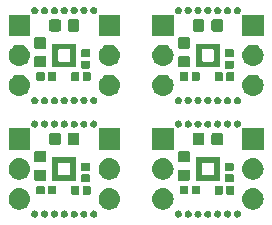
<source format=gbr>
G04 #@! TF.GenerationSoftware,KiCad,Pcbnew,5.1.4+dfsg1-1*
G04 #@! TF.CreationDate,2020-12-01T08:27:42+00:00*
G04 #@! TF.ProjectId,panel,70616e65-6c2e-46b6-9963-61645f706362,rev?*
G04 #@! TF.SameCoordinates,Original*
G04 #@! TF.FileFunction,Soldermask,Top*
G04 #@! TF.FilePolarity,Negative*
%FSLAX46Y46*%
G04 Gerber Fmt 4.6, Leading zero omitted, Abs format (unit mm)*
G04 Created by KiCad (PCBNEW 5.1.4+dfsg1-1) date 2020-12-01 08:27:42*
%MOMM*%
%LPD*%
G04 APERTURE LIST*
%ADD10C,0.350000*%
G04 APERTURE END LIST*
D10*
G36*
X64827809Y-66951574D02*
G01*
X64882587Y-66974264D01*
X64882589Y-66974265D01*
X64931888Y-67007205D01*
X64973814Y-67049131D01*
X65006753Y-67098429D01*
X65006755Y-67098432D01*
X65029445Y-67153210D01*
X65034081Y-67176517D01*
X65041194Y-67199966D01*
X65052745Y-67221577D01*
X65068290Y-67240519D01*
X65068884Y-67241007D01*
X65068292Y-67241493D01*
X65052747Y-67260434D01*
X65041195Y-67282045D01*
X65034082Y-67305493D01*
X65029445Y-67328805D01*
X65006756Y-67383579D01*
X65006754Y-67383584D01*
X64973814Y-67432883D01*
X64931888Y-67474809D01*
X64882589Y-67507749D01*
X64882588Y-67507750D01*
X64882587Y-67507750D01*
X64827809Y-67530440D01*
X64769659Y-67542007D01*
X64710365Y-67542007D01*
X64652215Y-67530440D01*
X64597437Y-67507750D01*
X64597436Y-67507750D01*
X64597435Y-67507749D01*
X64548136Y-67474809D01*
X64506210Y-67432883D01*
X64473270Y-67383584D01*
X64473268Y-67383579D01*
X64450579Y-67328804D01*
X64439012Y-67270654D01*
X64439012Y-67211360D01*
X64450579Y-67153210D01*
X64473269Y-67098432D01*
X64473271Y-67098429D01*
X64506210Y-67049131D01*
X64548136Y-67007205D01*
X64597435Y-66974265D01*
X64597437Y-66974264D01*
X64652215Y-66951574D01*
X64710365Y-66940007D01*
X64769659Y-66940007D01*
X64827809Y-66951574D01*
X64827809Y-66951574D01*
G37*
G36*
X52667801Y-66951574D02*
G01*
X52722579Y-66974264D01*
X52722581Y-66974265D01*
X52771880Y-67007205D01*
X52813806Y-67049131D01*
X52846745Y-67098429D01*
X52846747Y-67098432D01*
X52869437Y-67153210D01*
X52874073Y-67176517D01*
X52881186Y-67199966D01*
X52892737Y-67221577D01*
X52908282Y-67240519D01*
X52908876Y-67241007D01*
X52908284Y-67241493D01*
X52892739Y-67260434D01*
X52881187Y-67282045D01*
X52874074Y-67305493D01*
X52869437Y-67328805D01*
X52846748Y-67383579D01*
X52846746Y-67383584D01*
X52813806Y-67432883D01*
X52771880Y-67474809D01*
X52722581Y-67507749D01*
X52722580Y-67507750D01*
X52722579Y-67507750D01*
X52667801Y-67530440D01*
X52609651Y-67542007D01*
X52550357Y-67542007D01*
X52492207Y-67530440D01*
X52437429Y-67507750D01*
X52437428Y-67507750D01*
X52437427Y-67507749D01*
X52388128Y-67474809D01*
X52346202Y-67432883D01*
X52313262Y-67383584D01*
X52313260Y-67383579D01*
X52290571Y-67328804D01*
X52279004Y-67270654D01*
X52279004Y-67211360D01*
X52290571Y-67153210D01*
X52313261Y-67098432D01*
X52313263Y-67098429D01*
X52346202Y-67049131D01*
X52388128Y-67007205D01*
X52437427Y-66974265D01*
X52437429Y-66974264D01*
X52492207Y-66951574D01*
X52550357Y-66940007D01*
X52609651Y-66940007D01*
X52667801Y-66951574D01*
X52667801Y-66951574D01*
G37*
G36*
X65661142Y-66951573D02*
G01*
X65715920Y-66974263D01*
X65715922Y-66974264D01*
X65765221Y-67007204D01*
X65807147Y-67049130D01*
X65840086Y-67098428D01*
X65840088Y-67098431D01*
X65862778Y-67153209D01*
X65867414Y-67176516D01*
X65874527Y-67199965D01*
X65886078Y-67221576D01*
X65901623Y-67240518D01*
X65902217Y-67241006D01*
X65901625Y-67241492D01*
X65886080Y-67260433D01*
X65874528Y-67282044D01*
X65867415Y-67305492D01*
X65862778Y-67328804D01*
X65840089Y-67383578D01*
X65840087Y-67383583D01*
X65807147Y-67432882D01*
X65765221Y-67474808D01*
X65715922Y-67507748D01*
X65715921Y-67507749D01*
X65715920Y-67507749D01*
X65661142Y-67530439D01*
X65602992Y-67542006D01*
X65543698Y-67542006D01*
X65485548Y-67530439D01*
X65430770Y-67507749D01*
X65430769Y-67507749D01*
X65430768Y-67507748D01*
X65381469Y-67474808D01*
X65339543Y-67432882D01*
X65306603Y-67383583D01*
X65306601Y-67383578D01*
X65283912Y-67328803D01*
X65279276Y-67305496D01*
X65272163Y-67282047D01*
X65260612Y-67260436D01*
X65245067Y-67241494D01*
X65244473Y-67241006D01*
X65245065Y-67240520D01*
X65260610Y-67221579D01*
X65272162Y-67199968D01*
X65279275Y-67176520D01*
X65283912Y-67153208D01*
X65306602Y-67098431D01*
X65306604Y-67098428D01*
X65339543Y-67049130D01*
X65381469Y-67007204D01*
X65430768Y-66974264D01*
X65430770Y-66974263D01*
X65485548Y-66951573D01*
X65543698Y-66940006D01*
X65602992Y-66940006D01*
X65661142Y-66951573D01*
X65661142Y-66951573D01*
G37*
G36*
X53501134Y-66951573D02*
G01*
X53555912Y-66974263D01*
X53555914Y-66974264D01*
X53605213Y-67007204D01*
X53647139Y-67049130D01*
X53680078Y-67098428D01*
X53680080Y-67098431D01*
X53702770Y-67153209D01*
X53707406Y-67176516D01*
X53714519Y-67199965D01*
X53726070Y-67221576D01*
X53741615Y-67240518D01*
X53742209Y-67241006D01*
X53741617Y-67241492D01*
X53726072Y-67260433D01*
X53714520Y-67282044D01*
X53707407Y-67305492D01*
X53702770Y-67328804D01*
X53680081Y-67383578D01*
X53680079Y-67383583D01*
X53647139Y-67432882D01*
X53605213Y-67474808D01*
X53555914Y-67507748D01*
X53555913Y-67507749D01*
X53555912Y-67507749D01*
X53501134Y-67530439D01*
X53442984Y-67542006D01*
X53383690Y-67542006D01*
X53325540Y-67530439D01*
X53270762Y-67507749D01*
X53270761Y-67507749D01*
X53270760Y-67507748D01*
X53221461Y-67474808D01*
X53179535Y-67432882D01*
X53146595Y-67383583D01*
X53146593Y-67383578D01*
X53123904Y-67328803D01*
X53119268Y-67305496D01*
X53112155Y-67282047D01*
X53100604Y-67260436D01*
X53085059Y-67241494D01*
X53084465Y-67241006D01*
X53085057Y-67240520D01*
X53100602Y-67221579D01*
X53112154Y-67199968D01*
X53119267Y-67176520D01*
X53123904Y-67153208D01*
X53146594Y-67098431D01*
X53146596Y-67098428D01*
X53179535Y-67049130D01*
X53221461Y-67007204D01*
X53270760Y-66974264D01*
X53270762Y-66974263D01*
X53325540Y-66951573D01*
X53383690Y-66940006D01*
X53442984Y-66940006D01*
X53501134Y-66951573D01*
X53501134Y-66951573D01*
G37*
G36*
X54334467Y-66951572D02*
G01*
X54389245Y-66974262D01*
X54389247Y-66974263D01*
X54438546Y-67007203D01*
X54480472Y-67049129D01*
X54513411Y-67098427D01*
X54513413Y-67098430D01*
X54536103Y-67153208D01*
X54540740Y-67176519D01*
X54547853Y-67199968D01*
X54559404Y-67221579D01*
X54574950Y-67240521D01*
X54575539Y-67241005D01*
X54574949Y-67241489D01*
X54559404Y-67260431D01*
X54547853Y-67282041D01*
X54540740Y-67305490D01*
X54536103Y-67328802D01*
X54513414Y-67383577D01*
X54513412Y-67383582D01*
X54480472Y-67432881D01*
X54438546Y-67474807D01*
X54389247Y-67507747D01*
X54389246Y-67507748D01*
X54389245Y-67507748D01*
X54334467Y-67530438D01*
X54276317Y-67542005D01*
X54217023Y-67542005D01*
X54158873Y-67530438D01*
X54104095Y-67507748D01*
X54104094Y-67507748D01*
X54104093Y-67507747D01*
X54054794Y-67474807D01*
X54012868Y-67432881D01*
X53979928Y-67383582D01*
X53979926Y-67383577D01*
X53957237Y-67328802D01*
X53952601Y-67305495D01*
X53945488Y-67282046D01*
X53933937Y-67260435D01*
X53918392Y-67241493D01*
X53917798Y-67241005D01*
X53918390Y-67240519D01*
X53933935Y-67221578D01*
X53945487Y-67199967D01*
X53952600Y-67176519D01*
X53957237Y-67153207D01*
X53979927Y-67098430D01*
X53979929Y-67098427D01*
X54012868Y-67049129D01*
X54054794Y-67007203D01*
X54104093Y-66974263D01*
X54104095Y-66974262D01*
X54158873Y-66951572D01*
X54217023Y-66940005D01*
X54276317Y-66940005D01*
X54334467Y-66951572D01*
X54334467Y-66951572D01*
G37*
G36*
X66494475Y-66951572D02*
G01*
X66549253Y-66974262D01*
X66549255Y-66974263D01*
X66598554Y-67007203D01*
X66640480Y-67049129D01*
X66673419Y-67098427D01*
X66673421Y-67098430D01*
X66696111Y-67153208D01*
X66700748Y-67176519D01*
X66707861Y-67199968D01*
X66719412Y-67221579D01*
X66734958Y-67240521D01*
X66735547Y-67241005D01*
X66734957Y-67241489D01*
X66719412Y-67260431D01*
X66707861Y-67282041D01*
X66700748Y-67305490D01*
X66696111Y-67328802D01*
X66673422Y-67383577D01*
X66673420Y-67383582D01*
X66640480Y-67432881D01*
X66598554Y-67474807D01*
X66549255Y-67507747D01*
X66549254Y-67507748D01*
X66549253Y-67507748D01*
X66494475Y-67530438D01*
X66436325Y-67542005D01*
X66377031Y-67542005D01*
X66318881Y-67530438D01*
X66264103Y-67507748D01*
X66264102Y-67507748D01*
X66264101Y-67507747D01*
X66214802Y-67474807D01*
X66172876Y-67432881D01*
X66139936Y-67383582D01*
X66139934Y-67383577D01*
X66117245Y-67328802D01*
X66112609Y-67305495D01*
X66105496Y-67282046D01*
X66093945Y-67260435D01*
X66078400Y-67241493D01*
X66077806Y-67241005D01*
X66078398Y-67240519D01*
X66093943Y-67221578D01*
X66105495Y-67199967D01*
X66112608Y-67176519D01*
X66117245Y-67153207D01*
X66139935Y-67098430D01*
X66139937Y-67098427D01*
X66172876Y-67049129D01*
X66214802Y-67007203D01*
X66264101Y-66974263D01*
X66264103Y-66974262D01*
X66318881Y-66951572D01*
X66377031Y-66940005D01*
X66436325Y-66940005D01*
X66494475Y-66951572D01*
X66494475Y-66951572D01*
G37*
G36*
X55167801Y-66951571D02*
G01*
X55222579Y-66974261D01*
X55222581Y-66974262D01*
X55271880Y-67007202D01*
X55313806Y-67049128D01*
X55346745Y-67098426D01*
X55346747Y-67098429D01*
X55369437Y-67153206D01*
X55374074Y-67176518D01*
X55381188Y-67199967D01*
X55392739Y-67221577D01*
X55408285Y-67240519D01*
X55408876Y-67241004D01*
X55408285Y-67241489D01*
X55392739Y-67260431D01*
X55381188Y-67282041D01*
X55374074Y-67305490D01*
X55369437Y-67328802D01*
X55346748Y-67383577D01*
X55346746Y-67383581D01*
X55313806Y-67432880D01*
X55271880Y-67474806D01*
X55222581Y-67507746D01*
X55222580Y-67507747D01*
X55222579Y-67507747D01*
X55167801Y-67530437D01*
X55109651Y-67542004D01*
X55050357Y-67542004D01*
X54992207Y-67530437D01*
X54937429Y-67507747D01*
X54937428Y-67507747D01*
X54937427Y-67507746D01*
X54888128Y-67474806D01*
X54846202Y-67432880D01*
X54813262Y-67383581D01*
X54790573Y-67328805D01*
X54790571Y-67328801D01*
X54785934Y-67305490D01*
X54778821Y-67282041D01*
X54767270Y-67260430D01*
X54751724Y-67241488D01*
X54751135Y-67241004D01*
X54751725Y-67240520D01*
X54767270Y-67221578D01*
X54778821Y-67199968D01*
X54785934Y-67176519D01*
X54790571Y-67153207D01*
X54813261Y-67098429D01*
X54813263Y-67098426D01*
X54846202Y-67049128D01*
X54888128Y-67007202D01*
X54937427Y-66974262D01*
X54937429Y-66974261D01*
X54992207Y-66951571D01*
X55050357Y-66940004D01*
X55109651Y-66940004D01*
X55167801Y-66951571D01*
X55167801Y-66951571D01*
G37*
G36*
X67327809Y-66951571D02*
G01*
X67382587Y-66974261D01*
X67382589Y-66974262D01*
X67431888Y-67007202D01*
X67473814Y-67049128D01*
X67506753Y-67098426D01*
X67506755Y-67098429D01*
X67529445Y-67153206D01*
X67534082Y-67176518D01*
X67541196Y-67199967D01*
X67552747Y-67221577D01*
X67568293Y-67240519D01*
X67568884Y-67241004D01*
X67568293Y-67241489D01*
X67552747Y-67260431D01*
X67541196Y-67282041D01*
X67534082Y-67305490D01*
X67529445Y-67328802D01*
X67506756Y-67383577D01*
X67506754Y-67383581D01*
X67473814Y-67432880D01*
X67431888Y-67474806D01*
X67382589Y-67507746D01*
X67382588Y-67507747D01*
X67382587Y-67507747D01*
X67327809Y-67530437D01*
X67269659Y-67542004D01*
X67210365Y-67542004D01*
X67152215Y-67530437D01*
X67097437Y-67507747D01*
X67097436Y-67507747D01*
X67097435Y-67507746D01*
X67048136Y-67474806D01*
X67006210Y-67432880D01*
X66973270Y-67383581D01*
X66950581Y-67328805D01*
X66950579Y-67328801D01*
X66945942Y-67305490D01*
X66938829Y-67282041D01*
X66927278Y-67260430D01*
X66911732Y-67241488D01*
X66911143Y-67241004D01*
X66911733Y-67240520D01*
X66927278Y-67221578D01*
X66938829Y-67199968D01*
X66945942Y-67176519D01*
X66950579Y-67153207D01*
X66973269Y-67098429D01*
X66973271Y-67098426D01*
X67006210Y-67049128D01*
X67048136Y-67007202D01*
X67097435Y-66974262D01*
X67097437Y-66974261D01*
X67152215Y-66951571D01*
X67210365Y-66940004D01*
X67269659Y-66940004D01*
X67327809Y-66951571D01*
X67327809Y-66951571D01*
G37*
G36*
X68161142Y-66951571D02*
G01*
X68215920Y-66974261D01*
X68215922Y-66974262D01*
X68265221Y-67007202D01*
X68307147Y-67049128D01*
X68340086Y-67098426D01*
X68340088Y-67098429D01*
X68362778Y-67153207D01*
X68367414Y-67176514D01*
X68374527Y-67199963D01*
X68386078Y-67221574D01*
X68401623Y-67240516D01*
X68402217Y-67241004D01*
X68401625Y-67241490D01*
X68386080Y-67260431D01*
X68374528Y-67282042D01*
X68367415Y-67305490D01*
X68362778Y-67328802D01*
X68340089Y-67383577D01*
X68340087Y-67383581D01*
X68307147Y-67432880D01*
X68265221Y-67474806D01*
X68215922Y-67507746D01*
X68215921Y-67507747D01*
X68215920Y-67507747D01*
X68161142Y-67530437D01*
X68102992Y-67542004D01*
X68043698Y-67542004D01*
X67985548Y-67530437D01*
X67930770Y-67507747D01*
X67930769Y-67507747D01*
X67930768Y-67507746D01*
X67881469Y-67474806D01*
X67839543Y-67432880D01*
X67806603Y-67383581D01*
X67806601Y-67383577D01*
X67783913Y-67328805D01*
X67779277Y-67305495D01*
X67779275Y-67305488D01*
X67772164Y-67282045D01*
X67760613Y-67260434D01*
X67745068Y-67241492D01*
X67744473Y-67241004D01*
X67745068Y-67240516D01*
X67760613Y-67221574D01*
X67772164Y-67199964D01*
X67779276Y-67176516D01*
X67783912Y-67153209D01*
X67783913Y-67153203D01*
X67806602Y-67098429D01*
X67806604Y-67098426D01*
X67839543Y-67049128D01*
X67881469Y-67007202D01*
X67930768Y-66974262D01*
X67930770Y-66974261D01*
X67985548Y-66951571D01*
X68043698Y-66940004D01*
X68102992Y-66940004D01*
X68161142Y-66951571D01*
X68161142Y-66951571D01*
G37*
G36*
X56001134Y-66951571D02*
G01*
X56055912Y-66974261D01*
X56055914Y-66974262D01*
X56105213Y-67007202D01*
X56147139Y-67049128D01*
X56180078Y-67098426D01*
X56180080Y-67098429D01*
X56202770Y-67153207D01*
X56207406Y-67176514D01*
X56214519Y-67199963D01*
X56226070Y-67221574D01*
X56241615Y-67240516D01*
X56242209Y-67241004D01*
X56241617Y-67241490D01*
X56226072Y-67260431D01*
X56214520Y-67282042D01*
X56207407Y-67305490D01*
X56202770Y-67328802D01*
X56180081Y-67383577D01*
X56180079Y-67383581D01*
X56147139Y-67432880D01*
X56105213Y-67474806D01*
X56055914Y-67507746D01*
X56055913Y-67507747D01*
X56055912Y-67507747D01*
X56001134Y-67530437D01*
X55942984Y-67542004D01*
X55883690Y-67542004D01*
X55825540Y-67530437D01*
X55770762Y-67507747D01*
X55770761Y-67507747D01*
X55770760Y-67507746D01*
X55721461Y-67474806D01*
X55679535Y-67432880D01*
X55646595Y-67383581D01*
X55646593Y-67383577D01*
X55623905Y-67328805D01*
X55619269Y-67305495D01*
X55619267Y-67305488D01*
X55612156Y-67282045D01*
X55600605Y-67260434D01*
X55585060Y-67241492D01*
X55584465Y-67241004D01*
X55585060Y-67240516D01*
X55600605Y-67221574D01*
X55612156Y-67199964D01*
X55619268Y-67176516D01*
X55623904Y-67153209D01*
X55623905Y-67153203D01*
X55646594Y-67098429D01*
X55646596Y-67098426D01*
X55679535Y-67049128D01*
X55721461Y-67007202D01*
X55770760Y-66974262D01*
X55770762Y-66974261D01*
X55825540Y-66951571D01*
X55883690Y-66940004D01*
X55942984Y-66940004D01*
X56001134Y-66951571D01*
X56001134Y-66951571D01*
G37*
G36*
X56834467Y-66951570D02*
G01*
X56889245Y-66974260D01*
X56889247Y-66974261D01*
X56938546Y-67007201D01*
X56980472Y-67049127D01*
X56980475Y-67049132D01*
X57013413Y-67098428D01*
X57036103Y-67153206D01*
X57040740Y-67176517D01*
X57047853Y-67199966D01*
X57059404Y-67221577D01*
X57074950Y-67240519D01*
X57075539Y-67241003D01*
X57074949Y-67241487D01*
X57059404Y-67260429D01*
X57047853Y-67282039D01*
X57040740Y-67305488D01*
X57036103Y-67328800D01*
X57013413Y-67383577D01*
X57013412Y-67383580D01*
X56980472Y-67432879D01*
X56938546Y-67474805D01*
X56889247Y-67507745D01*
X56889246Y-67507746D01*
X56889245Y-67507746D01*
X56834467Y-67530436D01*
X56776317Y-67542003D01*
X56717023Y-67542003D01*
X56658873Y-67530436D01*
X56604095Y-67507746D01*
X56604094Y-67507746D01*
X56604093Y-67507745D01*
X56554794Y-67474805D01*
X56512868Y-67432879D01*
X56479928Y-67383580D01*
X56479927Y-67383577D01*
X56457237Y-67328800D01*
X56452601Y-67305493D01*
X56445488Y-67282044D01*
X56433937Y-67260433D01*
X56418392Y-67241491D01*
X56417798Y-67241003D01*
X56418390Y-67240517D01*
X56433935Y-67221576D01*
X56445487Y-67199965D01*
X56452600Y-67176517D01*
X56457237Y-67153205D01*
X56479927Y-67098428D01*
X56512865Y-67049132D01*
X56512868Y-67049127D01*
X56554794Y-67007201D01*
X56604093Y-66974261D01*
X56604095Y-66974260D01*
X56658873Y-66951570D01*
X56717023Y-66940003D01*
X56776317Y-66940003D01*
X56834467Y-66951570D01*
X56834467Y-66951570D01*
G37*
G36*
X68994475Y-66951570D02*
G01*
X69049253Y-66974260D01*
X69049255Y-66974261D01*
X69098554Y-67007201D01*
X69140480Y-67049127D01*
X69140483Y-67049132D01*
X69173421Y-67098428D01*
X69196111Y-67153206D01*
X69200748Y-67176517D01*
X69207861Y-67199966D01*
X69219412Y-67221577D01*
X69234958Y-67240519D01*
X69235547Y-67241003D01*
X69234957Y-67241487D01*
X69219412Y-67260429D01*
X69207861Y-67282039D01*
X69200748Y-67305488D01*
X69196111Y-67328800D01*
X69173421Y-67383577D01*
X69173420Y-67383580D01*
X69140480Y-67432879D01*
X69098554Y-67474805D01*
X69049255Y-67507745D01*
X69049254Y-67507746D01*
X69049253Y-67507746D01*
X68994475Y-67530436D01*
X68936325Y-67542003D01*
X68877031Y-67542003D01*
X68818881Y-67530436D01*
X68764103Y-67507746D01*
X68764102Y-67507746D01*
X68764101Y-67507745D01*
X68714802Y-67474805D01*
X68672876Y-67432879D01*
X68639936Y-67383580D01*
X68639935Y-67383577D01*
X68617245Y-67328800D01*
X68612609Y-67305493D01*
X68605496Y-67282044D01*
X68593945Y-67260433D01*
X68578400Y-67241491D01*
X68577806Y-67241003D01*
X68578398Y-67240517D01*
X68593943Y-67221576D01*
X68605495Y-67199965D01*
X68612608Y-67176517D01*
X68617245Y-67153205D01*
X68639935Y-67098428D01*
X68672873Y-67049132D01*
X68672876Y-67049127D01*
X68714802Y-67007201D01*
X68764101Y-66974261D01*
X68764103Y-66974260D01*
X68818881Y-66951570D01*
X68877031Y-66940003D01*
X68936325Y-66940003D01*
X68994475Y-66951570D01*
X68994475Y-66951570D01*
G37*
G36*
X69827809Y-66951569D02*
G01*
X69882587Y-66974259D01*
X69882589Y-66974260D01*
X69931888Y-67007200D01*
X69973814Y-67049126D01*
X70006754Y-67098425D01*
X70006755Y-67098427D01*
X70029445Y-67153205D01*
X70041012Y-67211355D01*
X70041012Y-67270649D01*
X70029445Y-67328799D01*
X70006755Y-67383577D01*
X70006754Y-67383579D01*
X69973814Y-67432878D01*
X69931888Y-67474804D01*
X69882589Y-67507744D01*
X69882588Y-67507745D01*
X69882587Y-67507745D01*
X69827809Y-67530435D01*
X69769659Y-67542002D01*
X69710365Y-67542002D01*
X69652215Y-67530435D01*
X69597437Y-67507745D01*
X69597436Y-67507745D01*
X69597435Y-67507744D01*
X69548136Y-67474804D01*
X69506210Y-67432878D01*
X69473270Y-67383579D01*
X69473269Y-67383577D01*
X69450579Y-67328799D01*
X69445942Y-67305488D01*
X69438829Y-67282039D01*
X69427278Y-67260428D01*
X69411732Y-67241486D01*
X69411143Y-67241002D01*
X69411733Y-67240518D01*
X69427278Y-67221576D01*
X69438829Y-67199966D01*
X69445942Y-67176517D01*
X69450579Y-67153205D01*
X69473269Y-67098427D01*
X69473270Y-67098425D01*
X69506210Y-67049126D01*
X69548136Y-67007200D01*
X69597435Y-66974260D01*
X69597437Y-66974259D01*
X69652215Y-66951569D01*
X69710365Y-66940002D01*
X69769659Y-66940002D01*
X69827809Y-66951569D01*
X69827809Y-66951569D01*
G37*
G36*
X57667801Y-66951569D02*
G01*
X57722579Y-66974259D01*
X57722581Y-66974260D01*
X57771880Y-67007200D01*
X57813806Y-67049126D01*
X57846746Y-67098425D01*
X57846747Y-67098427D01*
X57869437Y-67153205D01*
X57881004Y-67211355D01*
X57881004Y-67270649D01*
X57869437Y-67328799D01*
X57846747Y-67383577D01*
X57846746Y-67383579D01*
X57813806Y-67432878D01*
X57771880Y-67474804D01*
X57722581Y-67507744D01*
X57722580Y-67507745D01*
X57722579Y-67507745D01*
X57667801Y-67530435D01*
X57609651Y-67542002D01*
X57550357Y-67542002D01*
X57492207Y-67530435D01*
X57437429Y-67507745D01*
X57437428Y-67507745D01*
X57437427Y-67507744D01*
X57388128Y-67474804D01*
X57346202Y-67432878D01*
X57313262Y-67383579D01*
X57313261Y-67383577D01*
X57290571Y-67328799D01*
X57285934Y-67305488D01*
X57278821Y-67282039D01*
X57267270Y-67260428D01*
X57251724Y-67241486D01*
X57251135Y-67241002D01*
X57251725Y-67240518D01*
X57267270Y-67221576D01*
X57278821Y-67199966D01*
X57285934Y-67176517D01*
X57290571Y-67153205D01*
X57313261Y-67098427D01*
X57313262Y-67098425D01*
X57346202Y-67049126D01*
X57388128Y-67007200D01*
X57437427Y-66974260D01*
X57437429Y-66974259D01*
X57492207Y-66951569D01*
X57550357Y-66940002D01*
X57609651Y-66940002D01*
X57667801Y-66951569D01*
X57667801Y-66951569D01*
G37*
G36*
X59000443Y-65075528D02*
G01*
X59066628Y-65082047D01*
X59236467Y-65133567D01*
X59392992Y-65217232D01*
X59428730Y-65246562D01*
X59530187Y-65329824D01*
X59592710Y-65406010D01*
X59642779Y-65467019D01*
X59642780Y-65467021D01*
X59712948Y-65598294D01*
X59726444Y-65623544D01*
X59777964Y-65793383D01*
X59795360Y-65970010D01*
X59777964Y-66146637D01*
X59726444Y-66316476D01*
X59642779Y-66473001D01*
X59613449Y-66508739D01*
X59530187Y-66610196D01*
X59428730Y-66693458D01*
X59392992Y-66722788D01*
X59236467Y-66806453D01*
X59066628Y-66857973D01*
X59000444Y-66864491D01*
X58934261Y-66871010D01*
X58845741Y-66871010D01*
X58779558Y-66864491D01*
X58713374Y-66857973D01*
X58543535Y-66806453D01*
X58387010Y-66722788D01*
X58351272Y-66693458D01*
X58249815Y-66610196D01*
X58166553Y-66508739D01*
X58137223Y-66473001D01*
X58053558Y-66316476D01*
X58002038Y-66146637D01*
X57984642Y-65970010D01*
X58002038Y-65793383D01*
X58053558Y-65623544D01*
X58067055Y-65598294D01*
X58137222Y-65467021D01*
X58137223Y-65467019D01*
X58187292Y-65406010D01*
X58249815Y-65329824D01*
X58351272Y-65246562D01*
X58387010Y-65217232D01*
X58543535Y-65133567D01*
X58713374Y-65082047D01*
X58779559Y-65075528D01*
X58845741Y-65069010D01*
X58934261Y-65069010D01*
X59000443Y-65075528D01*
X59000443Y-65075528D01*
G37*
G36*
X63540451Y-65075528D02*
G01*
X63606636Y-65082047D01*
X63776475Y-65133567D01*
X63933000Y-65217232D01*
X63968738Y-65246562D01*
X64070195Y-65329824D01*
X64132718Y-65406010D01*
X64182787Y-65467019D01*
X64182788Y-65467021D01*
X64252956Y-65598294D01*
X64266452Y-65623544D01*
X64317972Y-65793383D01*
X64335368Y-65970010D01*
X64317972Y-66146637D01*
X64266452Y-66316476D01*
X64182787Y-66473001D01*
X64153457Y-66508739D01*
X64070195Y-66610196D01*
X63968738Y-66693458D01*
X63933000Y-66722788D01*
X63776475Y-66806453D01*
X63606636Y-66857973D01*
X63540452Y-66864491D01*
X63474269Y-66871010D01*
X63385749Y-66871010D01*
X63319566Y-66864491D01*
X63253382Y-66857973D01*
X63083543Y-66806453D01*
X62927018Y-66722788D01*
X62891280Y-66693458D01*
X62789823Y-66610196D01*
X62706561Y-66508739D01*
X62677231Y-66473001D01*
X62593566Y-66316476D01*
X62542046Y-66146637D01*
X62524650Y-65970010D01*
X62542046Y-65793383D01*
X62593566Y-65623544D01*
X62607063Y-65598294D01*
X62677230Y-65467021D01*
X62677231Y-65467019D01*
X62727300Y-65406010D01*
X62789823Y-65329824D01*
X62891280Y-65246562D01*
X62927018Y-65217232D01*
X63083543Y-65133567D01*
X63253382Y-65082047D01*
X63319567Y-65075528D01*
X63385749Y-65069010D01*
X63474269Y-65069010D01*
X63540451Y-65075528D01*
X63540451Y-65075528D01*
G37*
G36*
X71160451Y-65075528D02*
G01*
X71226636Y-65082047D01*
X71396475Y-65133567D01*
X71553000Y-65217232D01*
X71588738Y-65246562D01*
X71690195Y-65329824D01*
X71752718Y-65406010D01*
X71802787Y-65467019D01*
X71802788Y-65467021D01*
X71872956Y-65598294D01*
X71886452Y-65623544D01*
X71937972Y-65793383D01*
X71955368Y-65970010D01*
X71937972Y-66146637D01*
X71886452Y-66316476D01*
X71802787Y-66473001D01*
X71773457Y-66508739D01*
X71690195Y-66610196D01*
X71588738Y-66693458D01*
X71553000Y-66722788D01*
X71396475Y-66806453D01*
X71226636Y-66857973D01*
X71160452Y-66864491D01*
X71094269Y-66871010D01*
X71005749Y-66871010D01*
X70939566Y-66864491D01*
X70873382Y-66857973D01*
X70703543Y-66806453D01*
X70547018Y-66722788D01*
X70511280Y-66693458D01*
X70409823Y-66610196D01*
X70326561Y-66508739D01*
X70297231Y-66473001D01*
X70213566Y-66316476D01*
X70162046Y-66146637D01*
X70144650Y-65970010D01*
X70162046Y-65793383D01*
X70213566Y-65623544D01*
X70227063Y-65598294D01*
X70297230Y-65467021D01*
X70297231Y-65467019D01*
X70347300Y-65406010D01*
X70409823Y-65329824D01*
X70511280Y-65246562D01*
X70547018Y-65217232D01*
X70703543Y-65133567D01*
X70873382Y-65082047D01*
X70939567Y-65075528D01*
X71005749Y-65069010D01*
X71094269Y-65069010D01*
X71160451Y-65075528D01*
X71160451Y-65075528D01*
G37*
G36*
X51380443Y-65075528D02*
G01*
X51446628Y-65082047D01*
X51616467Y-65133567D01*
X51772992Y-65217232D01*
X51808730Y-65246562D01*
X51910187Y-65329824D01*
X51972710Y-65406010D01*
X52022779Y-65467019D01*
X52022780Y-65467021D01*
X52092948Y-65598294D01*
X52106444Y-65623544D01*
X52157964Y-65793383D01*
X52175360Y-65970010D01*
X52157964Y-66146637D01*
X52106444Y-66316476D01*
X52022779Y-66473001D01*
X51993449Y-66508739D01*
X51910187Y-66610196D01*
X51808730Y-66693458D01*
X51772992Y-66722788D01*
X51616467Y-66806453D01*
X51446628Y-66857973D01*
X51380444Y-66864491D01*
X51314261Y-66871010D01*
X51225741Y-66871010D01*
X51159558Y-66864491D01*
X51093374Y-66857973D01*
X50923535Y-66806453D01*
X50767010Y-66722788D01*
X50731272Y-66693458D01*
X50629815Y-66610196D01*
X50546553Y-66508739D01*
X50517223Y-66473001D01*
X50433558Y-66316476D01*
X50382038Y-66146637D01*
X50364642Y-65970010D01*
X50382038Y-65793383D01*
X50433558Y-65623544D01*
X50447055Y-65598294D01*
X50517222Y-65467021D01*
X50517223Y-65467019D01*
X50567292Y-65406010D01*
X50629815Y-65329824D01*
X50731272Y-65246562D01*
X50767010Y-65217232D01*
X50923535Y-65133567D01*
X51093374Y-65082047D01*
X51159559Y-65075528D01*
X51225741Y-65069010D01*
X51314261Y-65069010D01*
X51380443Y-65075528D01*
X51380443Y-65075528D01*
G37*
G36*
X69391947Y-64861726D02*
G01*
X69412566Y-64867981D01*
X69431562Y-64878134D01*
X69448217Y-64891802D01*
X69461885Y-64908457D01*
X69472038Y-64927453D01*
X69478293Y-64948072D01*
X69481009Y-64975650D01*
X69481009Y-65484370D01*
X69478293Y-65511948D01*
X69472038Y-65532567D01*
X69461885Y-65551563D01*
X69448217Y-65568218D01*
X69431562Y-65581886D01*
X69412566Y-65592039D01*
X69391947Y-65598294D01*
X69364369Y-65601010D01*
X68905649Y-65601010D01*
X68878071Y-65598294D01*
X68857452Y-65592039D01*
X68838456Y-65581886D01*
X68821801Y-65568218D01*
X68808133Y-65551563D01*
X68797980Y-65532567D01*
X68791725Y-65511948D01*
X68789009Y-65484370D01*
X68789009Y-64975650D01*
X68791725Y-64948072D01*
X68797980Y-64927453D01*
X68808133Y-64908457D01*
X68821801Y-64891802D01*
X68838456Y-64878134D01*
X68857452Y-64867981D01*
X68878071Y-64861726D01*
X68905649Y-64859010D01*
X69364369Y-64859010D01*
X69391947Y-64861726D01*
X69391947Y-64861726D01*
G37*
G36*
X68421947Y-64861726D02*
G01*
X68442566Y-64867981D01*
X68461562Y-64878134D01*
X68478217Y-64891802D01*
X68491885Y-64908457D01*
X68502038Y-64927453D01*
X68508293Y-64948072D01*
X68511009Y-64975650D01*
X68511009Y-65484370D01*
X68508293Y-65511948D01*
X68502038Y-65532567D01*
X68491885Y-65551563D01*
X68478217Y-65568218D01*
X68461562Y-65581886D01*
X68442566Y-65592039D01*
X68421947Y-65598294D01*
X68394369Y-65601010D01*
X67935649Y-65601010D01*
X67908071Y-65598294D01*
X67887452Y-65592039D01*
X67868456Y-65581886D01*
X67851801Y-65568218D01*
X67838133Y-65551563D01*
X67827980Y-65532567D01*
X67821725Y-65511948D01*
X67819009Y-65484370D01*
X67819009Y-64975650D01*
X67821725Y-64948072D01*
X67827980Y-64927453D01*
X67838133Y-64908457D01*
X67851801Y-64891802D01*
X67868456Y-64878134D01*
X67887452Y-64867981D01*
X67908071Y-64861726D01*
X67935649Y-64859010D01*
X68394369Y-64859010D01*
X68421947Y-64861726D01*
X68421947Y-64861726D01*
G37*
G36*
X56261939Y-64861726D02*
G01*
X56282558Y-64867981D01*
X56301554Y-64878134D01*
X56318209Y-64891802D01*
X56331877Y-64908457D01*
X56342030Y-64927453D01*
X56348285Y-64948072D01*
X56351001Y-64975650D01*
X56351001Y-65484370D01*
X56348285Y-65511948D01*
X56342030Y-65532567D01*
X56331877Y-65551563D01*
X56318209Y-65568218D01*
X56301554Y-65581886D01*
X56282558Y-65592039D01*
X56261939Y-65598294D01*
X56234361Y-65601010D01*
X55775641Y-65601010D01*
X55748063Y-65598294D01*
X55727444Y-65592039D01*
X55708448Y-65581886D01*
X55691793Y-65568218D01*
X55678125Y-65551563D01*
X55667972Y-65532567D01*
X55661717Y-65511948D01*
X55659001Y-65484370D01*
X55659001Y-64975650D01*
X55661717Y-64948072D01*
X55667972Y-64927453D01*
X55678125Y-64908457D01*
X55691793Y-64891802D01*
X55708448Y-64878134D01*
X55727444Y-64867981D01*
X55748063Y-64861726D01*
X55775641Y-64859010D01*
X56234361Y-64859010D01*
X56261939Y-64861726D01*
X56261939Y-64861726D01*
G37*
G36*
X57231939Y-64861726D02*
G01*
X57252558Y-64867981D01*
X57271554Y-64878134D01*
X57288209Y-64891802D01*
X57301877Y-64908457D01*
X57312030Y-64927453D01*
X57318285Y-64948072D01*
X57321001Y-64975650D01*
X57321001Y-65484370D01*
X57318285Y-65511948D01*
X57312030Y-65532567D01*
X57301877Y-65551563D01*
X57288209Y-65568218D01*
X57271554Y-65581886D01*
X57252558Y-65592039D01*
X57231939Y-65598294D01*
X57204361Y-65601010D01*
X56745641Y-65601010D01*
X56718063Y-65598294D01*
X56697444Y-65592039D01*
X56678448Y-65581886D01*
X56661793Y-65568218D01*
X56648125Y-65551563D01*
X56637972Y-65532567D01*
X56631717Y-65511948D01*
X56629001Y-65484370D01*
X56629001Y-64975650D01*
X56631717Y-64948072D01*
X56637972Y-64927453D01*
X56648125Y-64908457D01*
X56661793Y-64891802D01*
X56678448Y-64878134D01*
X56697444Y-64867981D01*
X56718063Y-64861726D01*
X56745641Y-64859010D01*
X57204361Y-64859010D01*
X57231939Y-64861726D01*
X57231939Y-64861726D01*
G37*
G36*
X66457947Y-64839726D02*
G01*
X66478566Y-64845981D01*
X66497562Y-64856134D01*
X66514217Y-64869802D01*
X66527885Y-64886457D01*
X66538038Y-64905453D01*
X66544293Y-64926072D01*
X66547009Y-64953650D01*
X66547009Y-65462370D01*
X66544293Y-65489948D01*
X66538038Y-65510567D01*
X66527885Y-65529563D01*
X66514217Y-65546218D01*
X66497562Y-65559886D01*
X66478566Y-65570039D01*
X66457947Y-65576294D01*
X66430369Y-65579010D01*
X65971649Y-65579010D01*
X65944071Y-65576294D01*
X65923452Y-65570039D01*
X65904456Y-65559886D01*
X65887801Y-65546218D01*
X65874133Y-65529563D01*
X65863980Y-65510567D01*
X65857725Y-65489948D01*
X65855009Y-65462370D01*
X65855009Y-64953650D01*
X65857725Y-64926072D01*
X65863980Y-64905453D01*
X65874133Y-64886457D01*
X65887801Y-64869802D01*
X65904456Y-64856134D01*
X65923452Y-64845981D01*
X65944071Y-64839726D01*
X65971649Y-64837010D01*
X66430369Y-64837010D01*
X66457947Y-64839726D01*
X66457947Y-64839726D01*
G37*
G36*
X65487947Y-64839726D02*
G01*
X65508566Y-64845981D01*
X65527562Y-64856134D01*
X65544217Y-64869802D01*
X65557885Y-64886457D01*
X65568038Y-64905453D01*
X65574293Y-64926072D01*
X65577009Y-64953650D01*
X65577009Y-65462370D01*
X65574293Y-65489948D01*
X65568038Y-65510567D01*
X65557885Y-65529563D01*
X65544217Y-65546218D01*
X65527562Y-65559886D01*
X65508566Y-65570039D01*
X65487947Y-65576294D01*
X65460369Y-65579010D01*
X65001649Y-65579010D01*
X64974071Y-65576294D01*
X64953452Y-65570039D01*
X64934456Y-65559886D01*
X64917801Y-65546218D01*
X64904133Y-65529563D01*
X64893980Y-65510567D01*
X64887725Y-65489948D01*
X64885009Y-65462370D01*
X64885009Y-64953650D01*
X64887725Y-64926072D01*
X64893980Y-64905453D01*
X64904133Y-64886457D01*
X64917801Y-64869802D01*
X64934456Y-64856134D01*
X64953452Y-64845981D01*
X64974071Y-64839726D01*
X65001649Y-64837010D01*
X65460369Y-64837010D01*
X65487947Y-64839726D01*
X65487947Y-64839726D01*
G37*
G36*
X53327939Y-64839726D02*
G01*
X53348558Y-64845981D01*
X53367554Y-64856134D01*
X53384209Y-64869802D01*
X53397877Y-64886457D01*
X53408030Y-64905453D01*
X53414285Y-64926072D01*
X53417001Y-64953650D01*
X53417001Y-65462370D01*
X53414285Y-65489948D01*
X53408030Y-65510567D01*
X53397877Y-65529563D01*
X53384209Y-65546218D01*
X53367554Y-65559886D01*
X53348558Y-65570039D01*
X53327939Y-65576294D01*
X53300361Y-65579010D01*
X52841641Y-65579010D01*
X52814063Y-65576294D01*
X52793444Y-65570039D01*
X52774448Y-65559886D01*
X52757793Y-65546218D01*
X52744125Y-65529563D01*
X52733972Y-65510567D01*
X52727717Y-65489948D01*
X52725001Y-65462370D01*
X52725001Y-64953650D01*
X52727717Y-64926072D01*
X52733972Y-64905453D01*
X52744125Y-64886457D01*
X52757793Y-64869802D01*
X52774448Y-64856134D01*
X52793444Y-64845981D01*
X52814063Y-64839726D01*
X52841641Y-64837010D01*
X53300361Y-64837010D01*
X53327939Y-64839726D01*
X53327939Y-64839726D01*
G37*
G36*
X54297939Y-64839726D02*
G01*
X54318558Y-64845981D01*
X54337554Y-64856134D01*
X54354209Y-64869802D01*
X54367877Y-64886457D01*
X54378030Y-64905453D01*
X54384285Y-64926072D01*
X54387001Y-64953650D01*
X54387001Y-65462370D01*
X54384285Y-65489948D01*
X54378030Y-65510567D01*
X54367877Y-65529563D01*
X54354209Y-65546218D01*
X54337554Y-65559886D01*
X54318558Y-65570039D01*
X54297939Y-65576294D01*
X54270361Y-65579010D01*
X53811641Y-65579010D01*
X53784063Y-65576294D01*
X53763444Y-65570039D01*
X53744448Y-65559886D01*
X53727793Y-65546218D01*
X53714125Y-65529563D01*
X53703972Y-65510567D01*
X53697717Y-65489948D01*
X53695001Y-65462370D01*
X53695001Y-64953650D01*
X53697717Y-64926072D01*
X53703972Y-64905453D01*
X53714125Y-64886457D01*
X53727793Y-64869802D01*
X53744448Y-64856134D01*
X53763444Y-64845981D01*
X53784063Y-64839726D01*
X53811641Y-64837010D01*
X54270361Y-64837010D01*
X54297939Y-64839726D01*
X54297939Y-64839726D01*
G37*
G36*
X57171939Y-63871726D02*
G01*
X57192558Y-63877981D01*
X57211554Y-63888134D01*
X57228209Y-63901802D01*
X57241877Y-63918457D01*
X57252030Y-63937453D01*
X57258285Y-63958072D01*
X57261001Y-63985650D01*
X57261001Y-64444370D01*
X57258285Y-64471948D01*
X57252030Y-64492567D01*
X57241877Y-64511563D01*
X57228209Y-64528218D01*
X57211554Y-64541886D01*
X57192558Y-64552039D01*
X57171939Y-64558294D01*
X57144361Y-64561010D01*
X56635641Y-64561010D01*
X56608063Y-64558294D01*
X56587444Y-64552039D01*
X56568448Y-64541886D01*
X56551793Y-64528218D01*
X56538125Y-64511563D01*
X56527972Y-64492567D01*
X56521717Y-64471948D01*
X56519001Y-64444370D01*
X56519001Y-63985650D01*
X56521717Y-63958072D01*
X56527972Y-63937453D01*
X56538125Y-63918457D01*
X56551793Y-63901802D01*
X56568448Y-63888134D01*
X56587444Y-63877981D01*
X56608063Y-63871726D01*
X56635641Y-63869010D01*
X57144361Y-63869010D01*
X57171939Y-63871726D01*
X57171939Y-63871726D01*
G37*
G36*
X69331947Y-63871726D02*
G01*
X69352566Y-63877981D01*
X69371562Y-63888134D01*
X69388217Y-63901802D01*
X69401885Y-63918457D01*
X69412038Y-63937453D01*
X69418293Y-63958072D01*
X69421009Y-63985650D01*
X69421009Y-64444370D01*
X69418293Y-64471948D01*
X69412038Y-64492567D01*
X69401885Y-64511563D01*
X69388217Y-64528218D01*
X69371562Y-64541886D01*
X69352566Y-64552039D01*
X69331947Y-64558294D01*
X69304369Y-64561010D01*
X68795649Y-64561010D01*
X68768071Y-64558294D01*
X68747452Y-64552039D01*
X68728456Y-64541886D01*
X68711801Y-64528218D01*
X68698133Y-64511563D01*
X68687980Y-64492567D01*
X68681725Y-64471948D01*
X68679009Y-64444370D01*
X68679009Y-63985650D01*
X68681725Y-63958072D01*
X68687980Y-63937453D01*
X68698133Y-63918457D01*
X68711801Y-63901802D01*
X68728456Y-63888134D01*
X68747452Y-63877981D01*
X68768071Y-63871726D01*
X68795649Y-63869010D01*
X69304369Y-63869010D01*
X69331947Y-63871726D01*
X69331947Y-63871726D01*
G37*
G36*
X53427592Y-63479095D02*
G01*
X53461570Y-63489403D01*
X53492891Y-63506144D01*
X53520340Y-63528671D01*
X53542867Y-63556120D01*
X53559608Y-63587441D01*
X53569916Y-63621419D01*
X53574001Y-63662900D01*
X53574001Y-64264120D01*
X53569916Y-64305601D01*
X53559608Y-64339579D01*
X53542867Y-64370900D01*
X53520340Y-64398349D01*
X53492891Y-64420876D01*
X53461570Y-64437617D01*
X53427592Y-64447925D01*
X53386111Y-64452010D01*
X52709891Y-64452010D01*
X52668410Y-64447925D01*
X52634432Y-64437617D01*
X52603111Y-64420876D01*
X52575662Y-64398349D01*
X52553135Y-64370900D01*
X52536394Y-64339579D01*
X52526086Y-64305601D01*
X52522001Y-64264120D01*
X52522001Y-63662900D01*
X52526086Y-63621419D01*
X52536394Y-63587441D01*
X52553135Y-63556120D01*
X52575662Y-63528671D01*
X52603111Y-63506144D01*
X52634432Y-63489403D01*
X52668410Y-63479095D01*
X52709891Y-63475010D01*
X53386111Y-63475010D01*
X53427592Y-63479095D01*
X53427592Y-63479095D01*
G37*
G36*
X65587600Y-63479095D02*
G01*
X65621578Y-63489403D01*
X65652899Y-63506144D01*
X65680348Y-63528671D01*
X65702875Y-63556120D01*
X65719616Y-63587441D01*
X65729924Y-63621419D01*
X65734009Y-63662900D01*
X65734009Y-64264120D01*
X65729924Y-64305601D01*
X65719616Y-64339579D01*
X65702875Y-64370900D01*
X65680348Y-64398349D01*
X65652899Y-64420876D01*
X65621578Y-64437617D01*
X65587600Y-64447925D01*
X65546119Y-64452010D01*
X64869899Y-64452010D01*
X64828418Y-64447925D01*
X64794440Y-64437617D01*
X64763119Y-64420876D01*
X64735670Y-64398349D01*
X64713143Y-64370900D01*
X64696402Y-64339579D01*
X64686094Y-64305601D01*
X64682009Y-64264120D01*
X64682009Y-63662900D01*
X64686094Y-63621419D01*
X64696402Y-63587441D01*
X64713143Y-63556120D01*
X64735670Y-63528671D01*
X64763119Y-63506144D01*
X64794440Y-63489403D01*
X64828418Y-63479095D01*
X64869899Y-63475010D01*
X65546119Y-63475010D01*
X65587600Y-63479095D01*
X65587600Y-63479095D01*
G37*
G36*
X67771562Y-62432944D02*
G01*
X67793173Y-62444495D01*
X67816622Y-62451608D01*
X67841008Y-62454010D01*
X68241009Y-62454010D01*
X68241009Y-64406010D01*
X67841008Y-64406010D01*
X67816622Y-64408412D01*
X67793173Y-64415525D01*
X67771562Y-64427076D01*
X67766768Y-64431010D01*
X66713250Y-64431010D01*
X66708456Y-64427076D01*
X66686845Y-64415525D01*
X66663396Y-64408412D01*
X66639010Y-64406010D01*
X66239009Y-64406010D01*
X66239009Y-63031009D01*
X66716009Y-63031009D01*
X66716009Y-63829011D01*
X66718411Y-63853397D01*
X66725524Y-63876846D01*
X66737075Y-63898457D01*
X66752620Y-63917399D01*
X66771562Y-63932944D01*
X66793173Y-63944495D01*
X66816622Y-63951608D01*
X66841008Y-63954010D01*
X67639010Y-63954010D01*
X67663396Y-63951608D01*
X67686845Y-63944495D01*
X67708456Y-63932944D01*
X67727398Y-63917399D01*
X67742943Y-63898457D01*
X67754494Y-63876846D01*
X67761607Y-63853397D01*
X67764009Y-63829011D01*
X67764009Y-63031009D01*
X67761607Y-63006623D01*
X67754494Y-62983174D01*
X67742943Y-62961563D01*
X67727398Y-62942621D01*
X67708456Y-62927076D01*
X67686845Y-62915525D01*
X67663396Y-62908412D01*
X67639010Y-62906010D01*
X66841008Y-62906010D01*
X66816622Y-62908412D01*
X66793173Y-62915525D01*
X66771562Y-62927076D01*
X66752620Y-62942621D01*
X66737075Y-62961563D01*
X66725524Y-62983174D01*
X66718411Y-63006623D01*
X66716009Y-63031009D01*
X66239009Y-63031009D01*
X66239009Y-62454010D01*
X66639010Y-62454010D01*
X66663396Y-62451608D01*
X66686845Y-62444495D01*
X66708456Y-62432944D01*
X66713250Y-62429010D01*
X67766768Y-62429010D01*
X67771562Y-62432944D01*
X67771562Y-62432944D01*
G37*
G36*
X55611554Y-62432944D02*
G01*
X55633165Y-62444495D01*
X55656614Y-62451608D01*
X55681000Y-62454010D01*
X56081001Y-62454010D01*
X56081001Y-64406010D01*
X55681000Y-64406010D01*
X55656614Y-64408412D01*
X55633165Y-64415525D01*
X55611554Y-64427076D01*
X55606760Y-64431010D01*
X54553242Y-64431010D01*
X54548448Y-64427076D01*
X54526837Y-64415525D01*
X54503388Y-64408412D01*
X54479002Y-64406010D01*
X54079001Y-64406010D01*
X54079001Y-63031009D01*
X54556001Y-63031009D01*
X54556001Y-63829011D01*
X54558403Y-63853397D01*
X54565516Y-63876846D01*
X54577067Y-63898457D01*
X54592612Y-63917399D01*
X54611554Y-63932944D01*
X54633165Y-63944495D01*
X54656614Y-63951608D01*
X54681000Y-63954010D01*
X55479002Y-63954010D01*
X55503388Y-63951608D01*
X55526837Y-63944495D01*
X55548448Y-63932944D01*
X55567390Y-63917399D01*
X55582935Y-63898457D01*
X55594486Y-63876846D01*
X55601599Y-63853397D01*
X55604001Y-63829011D01*
X55604001Y-63031009D01*
X55601599Y-63006623D01*
X55594486Y-62983174D01*
X55582935Y-62961563D01*
X55567390Y-62942621D01*
X55548448Y-62927076D01*
X55526837Y-62915525D01*
X55503388Y-62908412D01*
X55479002Y-62906010D01*
X54681000Y-62906010D01*
X54656614Y-62908412D01*
X54633165Y-62915525D01*
X54611554Y-62927076D01*
X54592612Y-62942621D01*
X54577067Y-62961563D01*
X54565516Y-62983174D01*
X54558403Y-63006623D01*
X54556001Y-63031009D01*
X54079001Y-63031009D01*
X54079001Y-62454010D01*
X54479002Y-62454010D01*
X54503388Y-62451608D01*
X54526837Y-62444495D01*
X54548448Y-62432944D01*
X54553242Y-62429010D01*
X55606760Y-62429010D01*
X55611554Y-62432944D01*
X55611554Y-62432944D01*
G37*
G36*
X51380444Y-62535529D02*
G01*
X51446628Y-62542047D01*
X51616467Y-62593567D01*
X51772992Y-62677232D01*
X51787477Y-62689120D01*
X51910187Y-62789824D01*
X51993449Y-62891281D01*
X52022779Y-62927019D01*
X52052795Y-62983174D01*
X52082239Y-63038259D01*
X52106444Y-63083544D01*
X52157964Y-63253383D01*
X52175360Y-63430010D01*
X52157964Y-63606637D01*
X52106444Y-63776476D01*
X52022779Y-63933001D01*
X51993449Y-63968739D01*
X51910187Y-64070196D01*
X51808730Y-64153458D01*
X51772992Y-64182788D01*
X51616467Y-64266453D01*
X51446628Y-64317973D01*
X51380444Y-64324491D01*
X51314261Y-64331010D01*
X51225741Y-64331010D01*
X51159558Y-64324491D01*
X51093374Y-64317973D01*
X50923535Y-64266453D01*
X50767010Y-64182788D01*
X50731272Y-64153458D01*
X50629815Y-64070196D01*
X50546553Y-63968739D01*
X50517223Y-63933001D01*
X50433558Y-63776476D01*
X50382038Y-63606637D01*
X50364642Y-63430010D01*
X50382038Y-63253383D01*
X50433558Y-63083544D01*
X50457764Y-63038259D01*
X50487207Y-62983174D01*
X50517223Y-62927019D01*
X50546553Y-62891281D01*
X50629815Y-62789824D01*
X50752525Y-62689120D01*
X50767010Y-62677232D01*
X50923535Y-62593567D01*
X51093374Y-62542047D01*
X51159558Y-62535529D01*
X51225741Y-62529010D01*
X51314261Y-62529010D01*
X51380444Y-62535529D01*
X51380444Y-62535529D01*
G37*
G36*
X59000444Y-62535529D02*
G01*
X59066628Y-62542047D01*
X59236467Y-62593567D01*
X59392992Y-62677232D01*
X59407477Y-62689120D01*
X59530187Y-62789824D01*
X59613449Y-62891281D01*
X59642779Y-62927019D01*
X59672795Y-62983174D01*
X59702239Y-63038259D01*
X59726444Y-63083544D01*
X59777964Y-63253383D01*
X59795360Y-63430010D01*
X59777964Y-63606637D01*
X59726444Y-63776476D01*
X59642779Y-63933001D01*
X59613449Y-63968739D01*
X59530187Y-64070196D01*
X59428730Y-64153458D01*
X59392992Y-64182788D01*
X59236467Y-64266453D01*
X59066628Y-64317973D01*
X59000444Y-64324491D01*
X58934261Y-64331010D01*
X58845741Y-64331010D01*
X58779558Y-64324491D01*
X58713374Y-64317973D01*
X58543535Y-64266453D01*
X58387010Y-64182788D01*
X58351272Y-64153458D01*
X58249815Y-64070196D01*
X58166553Y-63968739D01*
X58137223Y-63933001D01*
X58053558Y-63776476D01*
X58002038Y-63606637D01*
X57984642Y-63430010D01*
X58002038Y-63253383D01*
X58053558Y-63083544D01*
X58077764Y-63038259D01*
X58107207Y-62983174D01*
X58137223Y-62927019D01*
X58166553Y-62891281D01*
X58249815Y-62789824D01*
X58372525Y-62689120D01*
X58387010Y-62677232D01*
X58543535Y-62593567D01*
X58713374Y-62542047D01*
X58779558Y-62535529D01*
X58845741Y-62529010D01*
X58934261Y-62529010D01*
X59000444Y-62535529D01*
X59000444Y-62535529D01*
G37*
G36*
X63540452Y-62535529D02*
G01*
X63606636Y-62542047D01*
X63776475Y-62593567D01*
X63933000Y-62677232D01*
X63947485Y-62689120D01*
X64070195Y-62789824D01*
X64153457Y-62891281D01*
X64182787Y-62927019D01*
X64212803Y-62983174D01*
X64242247Y-63038259D01*
X64266452Y-63083544D01*
X64317972Y-63253383D01*
X64335368Y-63430010D01*
X64317972Y-63606637D01*
X64266452Y-63776476D01*
X64182787Y-63933001D01*
X64153457Y-63968739D01*
X64070195Y-64070196D01*
X63968738Y-64153458D01*
X63933000Y-64182788D01*
X63776475Y-64266453D01*
X63606636Y-64317973D01*
X63540452Y-64324491D01*
X63474269Y-64331010D01*
X63385749Y-64331010D01*
X63319566Y-64324491D01*
X63253382Y-64317973D01*
X63083543Y-64266453D01*
X62927018Y-64182788D01*
X62891280Y-64153458D01*
X62789823Y-64070196D01*
X62706561Y-63968739D01*
X62677231Y-63933001D01*
X62593566Y-63776476D01*
X62542046Y-63606637D01*
X62524650Y-63430010D01*
X62542046Y-63253383D01*
X62593566Y-63083544D01*
X62617772Y-63038259D01*
X62647215Y-62983174D01*
X62677231Y-62927019D01*
X62706561Y-62891281D01*
X62789823Y-62789824D01*
X62912533Y-62689120D01*
X62927018Y-62677232D01*
X63083543Y-62593567D01*
X63253382Y-62542047D01*
X63319566Y-62535529D01*
X63385749Y-62529010D01*
X63474269Y-62529010D01*
X63540452Y-62535529D01*
X63540452Y-62535529D01*
G37*
G36*
X71160452Y-62535529D02*
G01*
X71226636Y-62542047D01*
X71396475Y-62593567D01*
X71553000Y-62677232D01*
X71567485Y-62689120D01*
X71690195Y-62789824D01*
X71773457Y-62891281D01*
X71802787Y-62927019D01*
X71832803Y-62983174D01*
X71862247Y-63038259D01*
X71886452Y-63083544D01*
X71937972Y-63253383D01*
X71955368Y-63430010D01*
X71937972Y-63606637D01*
X71886452Y-63776476D01*
X71802787Y-63933001D01*
X71773457Y-63968739D01*
X71690195Y-64070196D01*
X71588738Y-64153458D01*
X71553000Y-64182788D01*
X71396475Y-64266453D01*
X71226636Y-64317973D01*
X71160452Y-64324491D01*
X71094269Y-64331010D01*
X71005749Y-64331010D01*
X70939566Y-64324491D01*
X70873382Y-64317973D01*
X70703543Y-64266453D01*
X70547018Y-64182788D01*
X70511280Y-64153458D01*
X70409823Y-64070196D01*
X70326561Y-63968739D01*
X70297231Y-63933001D01*
X70213566Y-63776476D01*
X70162046Y-63606637D01*
X70144650Y-63430010D01*
X70162046Y-63253383D01*
X70213566Y-63083544D01*
X70237772Y-63038259D01*
X70267215Y-62983174D01*
X70297231Y-62927019D01*
X70326561Y-62891281D01*
X70409823Y-62789824D01*
X70532533Y-62689120D01*
X70547018Y-62677232D01*
X70703543Y-62593567D01*
X70873382Y-62542047D01*
X70939566Y-62535529D01*
X71005749Y-62529010D01*
X71094269Y-62529010D01*
X71160452Y-62535529D01*
X71160452Y-62535529D01*
G37*
G36*
X57171939Y-62901726D02*
G01*
X57192558Y-62907981D01*
X57211554Y-62918134D01*
X57228209Y-62931802D01*
X57241877Y-62948457D01*
X57252030Y-62967453D01*
X57258285Y-62988072D01*
X57261001Y-63015650D01*
X57261001Y-63474370D01*
X57258285Y-63501948D01*
X57252030Y-63522567D01*
X57241877Y-63541563D01*
X57228209Y-63558218D01*
X57211554Y-63571886D01*
X57192558Y-63582039D01*
X57171939Y-63588294D01*
X57144361Y-63591010D01*
X56635641Y-63591010D01*
X56608063Y-63588294D01*
X56587444Y-63582039D01*
X56568448Y-63571886D01*
X56551793Y-63558218D01*
X56538125Y-63541563D01*
X56527972Y-63522567D01*
X56521717Y-63501948D01*
X56519001Y-63474370D01*
X56519001Y-63015650D01*
X56521717Y-62988072D01*
X56527972Y-62967453D01*
X56538125Y-62948457D01*
X56551793Y-62931802D01*
X56568448Y-62918134D01*
X56587444Y-62907981D01*
X56608063Y-62901726D01*
X56635641Y-62899010D01*
X57144361Y-62899010D01*
X57171939Y-62901726D01*
X57171939Y-62901726D01*
G37*
G36*
X69331947Y-62901726D02*
G01*
X69352566Y-62907981D01*
X69371562Y-62918134D01*
X69388217Y-62931802D01*
X69401885Y-62948457D01*
X69412038Y-62967453D01*
X69418293Y-62988072D01*
X69421009Y-63015650D01*
X69421009Y-63474370D01*
X69418293Y-63501948D01*
X69412038Y-63522567D01*
X69401885Y-63541563D01*
X69388217Y-63558218D01*
X69371562Y-63571886D01*
X69352566Y-63582039D01*
X69331947Y-63588294D01*
X69304369Y-63591010D01*
X68795649Y-63591010D01*
X68768071Y-63588294D01*
X68747452Y-63582039D01*
X68728456Y-63571886D01*
X68711801Y-63558218D01*
X68698133Y-63541563D01*
X68687980Y-63522567D01*
X68681725Y-63501948D01*
X68679009Y-63474370D01*
X68679009Y-63015650D01*
X68681725Y-62988072D01*
X68687980Y-62967453D01*
X68698133Y-62948457D01*
X68711801Y-62931802D01*
X68728456Y-62918134D01*
X68747452Y-62907981D01*
X68768071Y-62901726D01*
X68795649Y-62899010D01*
X69304369Y-62899010D01*
X69331947Y-62901726D01*
X69331947Y-62901726D01*
G37*
G36*
X53427592Y-61904095D02*
G01*
X53461570Y-61914403D01*
X53492891Y-61931144D01*
X53520340Y-61953671D01*
X53542867Y-61981120D01*
X53559608Y-62012441D01*
X53569916Y-62046419D01*
X53574001Y-62087900D01*
X53574001Y-62689120D01*
X53569916Y-62730601D01*
X53559608Y-62764579D01*
X53542867Y-62795900D01*
X53520340Y-62823349D01*
X53492891Y-62845876D01*
X53461570Y-62862617D01*
X53427592Y-62872925D01*
X53386111Y-62877010D01*
X52709891Y-62877010D01*
X52668410Y-62872925D01*
X52634432Y-62862617D01*
X52603111Y-62845876D01*
X52575662Y-62823349D01*
X52553135Y-62795900D01*
X52536394Y-62764579D01*
X52526086Y-62730601D01*
X52522001Y-62689120D01*
X52522001Y-62087900D01*
X52526086Y-62046419D01*
X52536394Y-62012441D01*
X52553135Y-61981120D01*
X52575662Y-61953671D01*
X52603111Y-61931144D01*
X52634432Y-61914403D01*
X52668410Y-61904095D01*
X52709891Y-61900010D01*
X53386111Y-61900010D01*
X53427592Y-61904095D01*
X53427592Y-61904095D01*
G37*
G36*
X65587600Y-61904095D02*
G01*
X65621578Y-61914403D01*
X65652899Y-61931144D01*
X65680348Y-61953671D01*
X65702875Y-61981120D01*
X65719616Y-62012441D01*
X65729924Y-62046419D01*
X65734009Y-62087900D01*
X65734009Y-62689120D01*
X65729924Y-62730601D01*
X65719616Y-62764579D01*
X65702875Y-62795900D01*
X65680348Y-62823349D01*
X65652899Y-62845876D01*
X65621578Y-62862617D01*
X65587600Y-62872925D01*
X65546119Y-62877010D01*
X64869899Y-62877010D01*
X64828418Y-62872925D01*
X64794440Y-62862617D01*
X64763119Y-62845876D01*
X64735670Y-62823349D01*
X64713143Y-62795900D01*
X64696402Y-62764579D01*
X64686094Y-62730601D01*
X64682009Y-62689120D01*
X64682009Y-62087900D01*
X64686094Y-62046419D01*
X64696402Y-62012441D01*
X64713143Y-61981120D01*
X64735670Y-61953671D01*
X64763119Y-61931144D01*
X64794440Y-61914403D01*
X64828418Y-61904095D01*
X64869899Y-61900010D01*
X65546119Y-61900010D01*
X65587600Y-61904095D01*
X65587600Y-61904095D01*
G37*
G36*
X71951009Y-61791010D02*
G01*
X70149009Y-61791010D01*
X70149009Y-59989010D01*
X71951009Y-59989010D01*
X71951009Y-61791010D01*
X71951009Y-61791010D01*
G37*
G36*
X64331009Y-61791010D02*
G01*
X62529009Y-61791010D01*
X62529009Y-59989010D01*
X64331009Y-59989010D01*
X64331009Y-61791010D01*
X64331009Y-61791010D01*
G37*
G36*
X59791001Y-61791010D02*
G01*
X57989001Y-61791010D01*
X57989001Y-59989010D01*
X59791001Y-59989010D01*
X59791001Y-61791010D01*
X59791001Y-61791010D01*
G37*
G36*
X52171001Y-61791010D02*
G01*
X50369001Y-61791010D01*
X50369001Y-59989010D01*
X52171001Y-59989010D01*
X52171001Y-61791010D01*
X52171001Y-61791010D01*
G37*
G36*
X54634592Y-60368095D02*
G01*
X54668570Y-60378403D01*
X54699891Y-60395144D01*
X54727340Y-60417671D01*
X54749867Y-60445120D01*
X54766608Y-60476441D01*
X54776916Y-60510419D01*
X54781001Y-60551900D01*
X54781001Y-61228120D01*
X54776916Y-61269601D01*
X54766608Y-61303579D01*
X54749867Y-61334900D01*
X54727340Y-61362349D01*
X54699891Y-61384876D01*
X54668570Y-61401617D01*
X54634592Y-61411925D01*
X54593111Y-61416010D01*
X53991891Y-61416010D01*
X53950410Y-61411925D01*
X53916432Y-61401617D01*
X53885111Y-61384876D01*
X53857662Y-61362349D01*
X53835135Y-61334900D01*
X53818394Y-61303579D01*
X53808086Y-61269601D01*
X53804001Y-61228120D01*
X53804001Y-60551900D01*
X53808086Y-60510419D01*
X53818394Y-60476441D01*
X53835135Y-60445120D01*
X53857662Y-60417671D01*
X53885111Y-60395144D01*
X53916432Y-60378403D01*
X53950410Y-60368095D01*
X53991891Y-60364010D01*
X54593111Y-60364010D01*
X54634592Y-60368095D01*
X54634592Y-60368095D01*
G37*
G36*
X56209592Y-60368095D02*
G01*
X56243570Y-60378403D01*
X56274891Y-60395144D01*
X56302340Y-60417671D01*
X56324867Y-60445120D01*
X56341608Y-60476441D01*
X56351916Y-60510419D01*
X56356001Y-60551900D01*
X56356001Y-61228120D01*
X56351916Y-61269601D01*
X56341608Y-61303579D01*
X56324867Y-61334900D01*
X56302340Y-61362349D01*
X56274891Y-61384876D01*
X56243570Y-61401617D01*
X56209592Y-61411925D01*
X56168111Y-61416010D01*
X55566891Y-61416010D01*
X55525410Y-61411925D01*
X55491432Y-61401617D01*
X55460111Y-61384876D01*
X55432662Y-61362349D01*
X55410135Y-61334900D01*
X55393394Y-61303579D01*
X55383086Y-61269601D01*
X55379001Y-61228120D01*
X55379001Y-60551900D01*
X55383086Y-60510419D01*
X55393394Y-60476441D01*
X55410135Y-60445120D01*
X55432662Y-60417671D01*
X55460111Y-60395144D01*
X55491432Y-60378403D01*
X55525410Y-60368095D01*
X55566891Y-60364010D01*
X56168111Y-60364010D01*
X56209592Y-60368095D01*
X56209592Y-60368095D01*
G37*
G36*
X66794600Y-60368095D02*
G01*
X66828578Y-60378403D01*
X66859899Y-60395144D01*
X66887348Y-60417671D01*
X66909875Y-60445120D01*
X66926616Y-60476441D01*
X66936924Y-60510419D01*
X66941009Y-60551900D01*
X66941009Y-61228120D01*
X66936924Y-61269601D01*
X66926616Y-61303579D01*
X66909875Y-61334900D01*
X66887348Y-61362349D01*
X66859899Y-61384876D01*
X66828578Y-61401617D01*
X66794600Y-61411925D01*
X66753119Y-61416010D01*
X66151899Y-61416010D01*
X66110418Y-61411925D01*
X66076440Y-61401617D01*
X66045119Y-61384876D01*
X66017670Y-61362349D01*
X65995143Y-61334900D01*
X65978402Y-61303579D01*
X65968094Y-61269601D01*
X65964009Y-61228120D01*
X65964009Y-60551900D01*
X65968094Y-60510419D01*
X65978402Y-60476441D01*
X65995143Y-60445120D01*
X66017670Y-60417671D01*
X66045119Y-60395144D01*
X66076440Y-60378403D01*
X66110418Y-60368095D01*
X66151899Y-60364010D01*
X66753119Y-60364010D01*
X66794600Y-60368095D01*
X66794600Y-60368095D01*
G37*
G36*
X68369600Y-60368095D02*
G01*
X68403578Y-60378403D01*
X68434899Y-60395144D01*
X68462348Y-60417671D01*
X68484875Y-60445120D01*
X68501616Y-60476441D01*
X68511924Y-60510419D01*
X68516009Y-60551900D01*
X68516009Y-61228120D01*
X68511924Y-61269601D01*
X68501616Y-61303579D01*
X68484875Y-61334900D01*
X68462348Y-61362349D01*
X68434899Y-61384876D01*
X68403578Y-61401617D01*
X68369600Y-61411925D01*
X68328119Y-61416010D01*
X67726899Y-61416010D01*
X67685418Y-61411925D01*
X67651440Y-61401617D01*
X67620119Y-61384876D01*
X67592670Y-61362349D01*
X67570143Y-61334900D01*
X67553402Y-61303579D01*
X67543094Y-61269601D01*
X67539009Y-61228120D01*
X67539009Y-60551900D01*
X67543094Y-60510419D01*
X67553402Y-60476441D01*
X67570143Y-60445120D01*
X67592670Y-60417671D01*
X67620119Y-60395144D01*
X67651440Y-60378403D01*
X67685418Y-60368095D01*
X67726899Y-60364010D01*
X68328119Y-60364010D01*
X68369600Y-60368095D01*
X68369600Y-60368095D01*
G37*
G36*
X69827809Y-59329574D02*
G01*
X69882587Y-59352264D01*
X69882589Y-59352265D01*
X69931888Y-59385205D01*
X69973814Y-59427131D01*
X70006753Y-59476429D01*
X70006755Y-59476432D01*
X70029445Y-59531210D01*
X70041012Y-59589360D01*
X70041012Y-59648654D01*
X70029445Y-59706804D01*
X70006754Y-59761585D01*
X69984717Y-59794566D01*
X69973166Y-59816177D01*
X69970484Y-59825020D01*
X69954564Y-59833529D01*
X69935628Y-59849069D01*
X69931888Y-59852809D01*
X69882589Y-59885749D01*
X69882588Y-59885750D01*
X69882587Y-59885750D01*
X69827809Y-59908440D01*
X69769659Y-59920007D01*
X69710365Y-59920007D01*
X69652215Y-59908440D01*
X69597437Y-59885750D01*
X69597436Y-59885750D01*
X69597435Y-59885749D01*
X69548136Y-59852809D01*
X69506210Y-59810883D01*
X69473270Y-59761584D01*
X69473268Y-59761579D01*
X69450579Y-59706804D01*
X69445942Y-59683492D01*
X69438829Y-59660043D01*
X69427278Y-59638433D01*
X69411733Y-59619491D01*
X69411143Y-59619007D01*
X69411732Y-59618523D01*
X69427278Y-59599581D01*
X69438829Y-59577970D01*
X69445942Y-59554521D01*
X69450579Y-59531210D01*
X69473269Y-59476432D01*
X69473271Y-59476429D01*
X69506210Y-59427131D01*
X69548136Y-59385205D01*
X69597435Y-59352265D01*
X69597437Y-59352264D01*
X69652215Y-59329574D01*
X69710365Y-59318007D01*
X69769659Y-59318007D01*
X69827809Y-59329574D01*
X69827809Y-59329574D01*
G37*
G36*
X57667801Y-59329574D02*
G01*
X57722579Y-59352264D01*
X57722581Y-59352265D01*
X57771880Y-59385205D01*
X57813806Y-59427131D01*
X57846745Y-59476429D01*
X57846747Y-59476432D01*
X57869437Y-59531210D01*
X57881004Y-59589360D01*
X57881004Y-59648654D01*
X57869437Y-59706804D01*
X57846746Y-59761585D01*
X57824709Y-59794566D01*
X57813158Y-59816177D01*
X57810476Y-59825020D01*
X57794556Y-59833529D01*
X57775620Y-59849069D01*
X57771880Y-59852809D01*
X57722581Y-59885749D01*
X57722580Y-59885750D01*
X57722579Y-59885750D01*
X57667801Y-59908440D01*
X57609651Y-59920007D01*
X57550357Y-59920007D01*
X57492207Y-59908440D01*
X57437429Y-59885750D01*
X57437428Y-59885750D01*
X57437427Y-59885749D01*
X57388128Y-59852809D01*
X57346202Y-59810883D01*
X57313262Y-59761584D01*
X57313260Y-59761579D01*
X57290571Y-59706804D01*
X57285934Y-59683492D01*
X57278821Y-59660043D01*
X57267270Y-59638433D01*
X57251725Y-59619491D01*
X57251135Y-59619007D01*
X57251724Y-59618523D01*
X57267270Y-59599581D01*
X57278821Y-59577970D01*
X57285934Y-59554521D01*
X57290571Y-59531210D01*
X57313261Y-59476432D01*
X57313263Y-59476429D01*
X57346202Y-59427131D01*
X57388128Y-59385205D01*
X57437427Y-59352265D01*
X57437429Y-59352264D01*
X57492207Y-59329574D01*
X57550357Y-59318007D01*
X57609651Y-59318007D01*
X57667801Y-59329574D01*
X57667801Y-59329574D01*
G37*
G36*
X56834467Y-59329573D02*
G01*
X56889245Y-59352263D01*
X56889247Y-59352264D01*
X56938546Y-59385204D01*
X56980472Y-59427130D01*
X57013411Y-59476428D01*
X57013413Y-59476431D01*
X57036103Y-59531209D01*
X57040740Y-59554521D01*
X57047853Y-59577970D01*
X57059404Y-59599580D01*
X57074949Y-59618522D01*
X57075539Y-59619006D01*
X57074950Y-59619490D01*
X57059404Y-59638432D01*
X57047853Y-59660043D01*
X57040740Y-59683492D01*
X57036103Y-59706803D01*
X57013414Y-59761578D01*
X57013412Y-59761583D01*
X56980472Y-59810882D01*
X56938546Y-59852808D01*
X56889247Y-59885748D01*
X56889246Y-59885749D01*
X56889245Y-59885749D01*
X56834467Y-59908439D01*
X56776317Y-59920006D01*
X56717023Y-59920006D01*
X56658873Y-59908439D01*
X56604095Y-59885749D01*
X56604094Y-59885749D01*
X56604093Y-59885748D01*
X56554794Y-59852808D01*
X56512868Y-59810882D01*
X56479928Y-59761583D01*
X56479926Y-59761578D01*
X56457237Y-59706804D01*
X56452600Y-59683492D01*
X56445486Y-59660043D01*
X56433935Y-59638433D01*
X56418389Y-59619491D01*
X56417798Y-59619006D01*
X56418393Y-59618517D01*
X56433938Y-59599575D01*
X56445489Y-59577965D01*
X56452601Y-59554516D01*
X56457237Y-59531209D01*
X56479927Y-59476431D01*
X56479929Y-59476428D01*
X56512868Y-59427130D01*
X56554794Y-59385204D01*
X56604093Y-59352264D01*
X56604095Y-59352263D01*
X56658873Y-59329573D01*
X56717023Y-59318006D01*
X56776317Y-59318006D01*
X56834467Y-59329573D01*
X56834467Y-59329573D01*
G37*
G36*
X68994475Y-59329573D02*
G01*
X69049253Y-59352263D01*
X69049255Y-59352264D01*
X69098554Y-59385204D01*
X69140480Y-59427130D01*
X69173419Y-59476428D01*
X69173421Y-59476431D01*
X69196111Y-59531209D01*
X69200748Y-59554521D01*
X69207861Y-59577970D01*
X69219412Y-59599580D01*
X69234957Y-59618522D01*
X69235547Y-59619006D01*
X69234958Y-59619490D01*
X69219412Y-59638432D01*
X69207861Y-59660043D01*
X69200748Y-59683492D01*
X69196111Y-59706803D01*
X69173422Y-59761578D01*
X69173420Y-59761583D01*
X69140480Y-59810882D01*
X69098554Y-59852808D01*
X69049255Y-59885748D01*
X69049254Y-59885749D01*
X69049253Y-59885749D01*
X68994475Y-59908439D01*
X68936325Y-59920006D01*
X68877031Y-59920006D01*
X68818881Y-59908439D01*
X68764103Y-59885749D01*
X68764102Y-59885749D01*
X68764101Y-59885748D01*
X68714802Y-59852808D01*
X68672876Y-59810882D01*
X68639936Y-59761583D01*
X68639934Y-59761578D01*
X68617245Y-59706804D01*
X68612608Y-59683492D01*
X68605494Y-59660043D01*
X68593943Y-59638433D01*
X68578397Y-59619491D01*
X68577806Y-59619006D01*
X68578401Y-59618517D01*
X68593946Y-59599575D01*
X68605497Y-59577965D01*
X68612609Y-59554516D01*
X68617245Y-59531209D01*
X68639935Y-59476431D01*
X68639937Y-59476428D01*
X68672876Y-59427130D01*
X68714802Y-59385204D01*
X68764101Y-59352264D01*
X68764103Y-59352263D01*
X68818881Y-59329573D01*
X68877031Y-59318006D01*
X68936325Y-59318006D01*
X68994475Y-59329573D01*
X68994475Y-59329573D01*
G37*
G36*
X68161142Y-59329572D02*
G01*
X68215920Y-59352262D01*
X68215922Y-59352263D01*
X68265221Y-59385203D01*
X68307147Y-59427129D01*
X68340086Y-59476427D01*
X68340088Y-59476430D01*
X68362778Y-59531207D01*
X68367415Y-59554519D01*
X68374529Y-59577968D01*
X68386080Y-59599578D01*
X68401626Y-59618520D01*
X68402217Y-59619005D01*
X68401622Y-59619494D01*
X68386077Y-59638436D01*
X68374526Y-59660046D01*
X68367414Y-59683495D01*
X68362778Y-59706802D01*
X68362776Y-59706806D01*
X68340087Y-59761582D01*
X68307147Y-59810881D01*
X68265221Y-59852807D01*
X68215922Y-59885747D01*
X68215921Y-59885748D01*
X68215920Y-59885748D01*
X68161142Y-59908438D01*
X68102992Y-59920005D01*
X68043698Y-59920005D01*
X67985548Y-59908438D01*
X67930770Y-59885748D01*
X67930769Y-59885748D01*
X67930768Y-59885747D01*
X67881469Y-59852807D01*
X67839543Y-59810881D01*
X67806603Y-59761582D01*
X67806601Y-59761577D01*
X67783913Y-59706806D01*
X67781580Y-59695078D01*
X67779275Y-59683489D01*
X67772164Y-59660046D01*
X67760613Y-59638435D01*
X67745068Y-59619493D01*
X67744473Y-59619005D01*
X67745068Y-59618517D01*
X67760613Y-59599575D01*
X67772164Y-59577965D01*
X67779276Y-59554517D01*
X67783912Y-59531210D01*
X67783913Y-59531204D01*
X67806602Y-59476430D01*
X67806604Y-59476427D01*
X67839543Y-59427129D01*
X67881469Y-59385203D01*
X67930768Y-59352263D01*
X67930770Y-59352262D01*
X67985548Y-59329572D01*
X68043698Y-59318005D01*
X68102992Y-59318005D01*
X68161142Y-59329572D01*
X68161142Y-59329572D01*
G37*
G36*
X67327809Y-59329572D02*
G01*
X67382587Y-59352262D01*
X67382589Y-59352263D01*
X67431888Y-59385203D01*
X67473814Y-59427129D01*
X67506753Y-59476427D01*
X67506755Y-59476430D01*
X67529445Y-59531207D01*
X67534082Y-59554519D01*
X67541196Y-59577968D01*
X67552747Y-59599578D01*
X67568293Y-59618520D01*
X67568884Y-59619005D01*
X67568293Y-59619490D01*
X67552747Y-59638432D01*
X67541196Y-59660042D01*
X67534082Y-59683491D01*
X67529445Y-59706803D01*
X67506756Y-59761577D01*
X67506754Y-59761582D01*
X67473814Y-59810881D01*
X67431888Y-59852807D01*
X67382589Y-59885747D01*
X67382588Y-59885748D01*
X67382587Y-59885748D01*
X67327809Y-59908438D01*
X67269659Y-59920005D01*
X67210365Y-59920005D01*
X67152215Y-59908438D01*
X67097437Y-59885748D01*
X67097436Y-59885748D01*
X67097435Y-59885747D01*
X67048136Y-59852807D01*
X67006210Y-59810881D01*
X66973270Y-59761582D01*
X66950581Y-59706806D01*
X66950579Y-59706802D01*
X66945942Y-59683490D01*
X66938829Y-59660041D01*
X66927278Y-59638431D01*
X66911733Y-59619489D01*
X66911143Y-59619005D01*
X66911732Y-59618521D01*
X66927278Y-59599579D01*
X66938829Y-59577968D01*
X66945942Y-59554519D01*
X66950579Y-59531208D01*
X66973269Y-59476430D01*
X66973271Y-59476427D01*
X67006210Y-59427129D01*
X67048136Y-59385203D01*
X67097435Y-59352263D01*
X67097437Y-59352262D01*
X67152215Y-59329572D01*
X67210365Y-59318005D01*
X67269659Y-59318005D01*
X67327809Y-59329572D01*
X67327809Y-59329572D01*
G37*
G36*
X55167801Y-59329572D02*
G01*
X55222579Y-59352262D01*
X55222581Y-59352263D01*
X55271880Y-59385203D01*
X55313806Y-59427129D01*
X55346745Y-59476427D01*
X55346747Y-59476430D01*
X55369437Y-59531207D01*
X55374074Y-59554519D01*
X55381188Y-59577968D01*
X55392739Y-59599578D01*
X55408285Y-59618520D01*
X55408876Y-59619005D01*
X55408285Y-59619490D01*
X55392739Y-59638432D01*
X55381188Y-59660042D01*
X55374074Y-59683491D01*
X55369437Y-59706803D01*
X55346748Y-59761577D01*
X55346746Y-59761582D01*
X55313806Y-59810881D01*
X55271880Y-59852807D01*
X55222581Y-59885747D01*
X55222580Y-59885748D01*
X55222579Y-59885748D01*
X55167801Y-59908438D01*
X55109651Y-59920005D01*
X55050357Y-59920005D01*
X54992207Y-59908438D01*
X54937429Y-59885748D01*
X54937428Y-59885748D01*
X54937427Y-59885747D01*
X54888128Y-59852807D01*
X54846202Y-59810881D01*
X54813262Y-59761582D01*
X54790573Y-59706806D01*
X54790571Y-59706802D01*
X54785934Y-59683490D01*
X54778821Y-59660041D01*
X54767270Y-59638431D01*
X54751725Y-59619489D01*
X54751135Y-59619005D01*
X54751724Y-59618521D01*
X54767270Y-59599579D01*
X54778821Y-59577968D01*
X54785934Y-59554519D01*
X54790571Y-59531208D01*
X54813261Y-59476430D01*
X54813263Y-59476427D01*
X54846202Y-59427129D01*
X54888128Y-59385203D01*
X54937427Y-59352263D01*
X54937429Y-59352262D01*
X54992207Y-59329572D01*
X55050357Y-59318005D01*
X55109651Y-59318005D01*
X55167801Y-59329572D01*
X55167801Y-59329572D01*
G37*
G36*
X56001134Y-59329572D02*
G01*
X56055912Y-59352262D01*
X56055914Y-59352263D01*
X56105213Y-59385203D01*
X56147139Y-59427129D01*
X56180078Y-59476427D01*
X56180080Y-59476430D01*
X56202770Y-59531207D01*
X56207407Y-59554519D01*
X56214521Y-59577968D01*
X56226072Y-59599578D01*
X56241618Y-59618520D01*
X56242209Y-59619005D01*
X56241614Y-59619494D01*
X56226069Y-59638436D01*
X56214518Y-59660046D01*
X56207406Y-59683495D01*
X56202770Y-59706802D01*
X56202768Y-59706806D01*
X56180079Y-59761582D01*
X56147139Y-59810881D01*
X56105213Y-59852807D01*
X56055914Y-59885747D01*
X56055913Y-59885748D01*
X56055912Y-59885748D01*
X56001134Y-59908438D01*
X55942984Y-59920005D01*
X55883690Y-59920005D01*
X55825540Y-59908438D01*
X55770762Y-59885748D01*
X55770761Y-59885748D01*
X55770760Y-59885747D01*
X55721461Y-59852807D01*
X55679535Y-59810881D01*
X55646595Y-59761582D01*
X55646593Y-59761577D01*
X55623905Y-59706806D01*
X55621572Y-59695078D01*
X55619267Y-59683489D01*
X55612156Y-59660046D01*
X55600605Y-59638435D01*
X55585060Y-59619493D01*
X55584465Y-59619005D01*
X55585060Y-59618517D01*
X55600605Y-59599575D01*
X55612156Y-59577965D01*
X55619268Y-59554517D01*
X55623904Y-59531210D01*
X55623905Y-59531204D01*
X55646594Y-59476430D01*
X55646596Y-59476427D01*
X55679535Y-59427129D01*
X55721461Y-59385203D01*
X55770760Y-59352263D01*
X55770762Y-59352262D01*
X55825540Y-59329572D01*
X55883690Y-59318005D01*
X55942984Y-59318005D01*
X56001134Y-59329572D01*
X56001134Y-59329572D01*
G37*
G36*
X54334467Y-59329571D02*
G01*
X54389245Y-59352261D01*
X54389247Y-59352262D01*
X54438546Y-59385202D01*
X54480472Y-59427128D01*
X54513411Y-59476426D01*
X54513413Y-59476429D01*
X54536103Y-59531207D01*
X54540740Y-59554519D01*
X54547853Y-59577968D01*
X54559404Y-59599578D01*
X54574949Y-59618520D01*
X54575539Y-59619004D01*
X54574950Y-59619488D01*
X54559404Y-59638430D01*
X54547853Y-59660041D01*
X54540740Y-59683490D01*
X54536103Y-59706801D01*
X54513414Y-59761577D01*
X54513412Y-59761581D01*
X54480472Y-59810880D01*
X54438546Y-59852806D01*
X54389247Y-59885746D01*
X54389246Y-59885747D01*
X54389245Y-59885747D01*
X54334467Y-59908437D01*
X54276317Y-59920004D01*
X54217023Y-59920004D01*
X54158873Y-59908437D01*
X54104095Y-59885747D01*
X54104094Y-59885747D01*
X54104093Y-59885746D01*
X54054794Y-59852806D01*
X54012868Y-59810880D01*
X53979928Y-59761581D01*
X53979926Y-59761577D01*
X53957237Y-59706802D01*
X53952600Y-59683490D01*
X53945486Y-59660041D01*
X53933935Y-59638431D01*
X53918389Y-59619489D01*
X53917798Y-59619004D01*
X53918393Y-59618515D01*
X53933938Y-59599573D01*
X53945489Y-59577963D01*
X53952601Y-59554514D01*
X53957237Y-59531207D01*
X53979927Y-59476429D01*
X53979929Y-59476426D01*
X54012868Y-59427128D01*
X54054794Y-59385202D01*
X54104093Y-59352262D01*
X54104095Y-59352261D01*
X54158873Y-59329571D01*
X54217023Y-59318004D01*
X54276317Y-59318004D01*
X54334467Y-59329571D01*
X54334467Y-59329571D01*
G37*
G36*
X66494475Y-59329571D02*
G01*
X66549253Y-59352261D01*
X66549255Y-59352262D01*
X66598554Y-59385202D01*
X66640480Y-59427128D01*
X66673419Y-59476426D01*
X66673421Y-59476429D01*
X66696111Y-59531207D01*
X66700748Y-59554519D01*
X66707861Y-59577968D01*
X66719412Y-59599578D01*
X66734957Y-59618520D01*
X66735547Y-59619004D01*
X66734958Y-59619488D01*
X66719412Y-59638430D01*
X66707861Y-59660041D01*
X66700748Y-59683490D01*
X66696111Y-59706801D01*
X66673422Y-59761577D01*
X66673420Y-59761581D01*
X66640480Y-59810880D01*
X66598554Y-59852806D01*
X66549255Y-59885746D01*
X66549254Y-59885747D01*
X66549253Y-59885747D01*
X66494475Y-59908437D01*
X66436325Y-59920004D01*
X66377031Y-59920004D01*
X66318881Y-59908437D01*
X66264103Y-59885747D01*
X66264102Y-59885747D01*
X66264101Y-59885746D01*
X66214802Y-59852806D01*
X66172876Y-59810880D01*
X66139936Y-59761581D01*
X66139934Y-59761577D01*
X66117245Y-59706802D01*
X66112608Y-59683490D01*
X66105494Y-59660041D01*
X66093943Y-59638431D01*
X66078397Y-59619489D01*
X66077806Y-59619004D01*
X66078401Y-59618515D01*
X66093946Y-59599573D01*
X66105497Y-59577963D01*
X66112609Y-59554514D01*
X66117245Y-59531207D01*
X66139935Y-59476429D01*
X66139937Y-59476426D01*
X66172876Y-59427128D01*
X66214802Y-59385202D01*
X66264101Y-59352262D01*
X66264103Y-59352261D01*
X66318881Y-59329571D01*
X66377031Y-59318004D01*
X66436325Y-59318004D01*
X66494475Y-59329571D01*
X66494475Y-59329571D01*
G37*
G36*
X65661142Y-59329570D02*
G01*
X65715920Y-59352260D01*
X65715922Y-59352261D01*
X65765221Y-59385201D01*
X65807147Y-59427127D01*
X65807150Y-59427132D01*
X65840088Y-59476428D01*
X65862778Y-59531205D01*
X65867415Y-59554517D01*
X65874529Y-59577966D01*
X65886080Y-59599576D01*
X65901626Y-59618518D01*
X65902217Y-59619003D01*
X65901622Y-59619492D01*
X65886077Y-59638434D01*
X65874526Y-59660044D01*
X65867414Y-59683493D01*
X65862778Y-59706800D01*
X65840088Y-59761577D01*
X65840087Y-59761580D01*
X65807147Y-59810879D01*
X65765221Y-59852805D01*
X65715922Y-59885745D01*
X65715921Y-59885746D01*
X65715920Y-59885746D01*
X65661142Y-59908436D01*
X65602992Y-59920003D01*
X65543698Y-59920003D01*
X65485548Y-59908436D01*
X65430770Y-59885746D01*
X65430769Y-59885746D01*
X65430768Y-59885745D01*
X65381469Y-59852805D01*
X65339543Y-59810879D01*
X65306603Y-59761580D01*
X65306602Y-59761577D01*
X65283912Y-59706801D01*
X65279275Y-59683489D01*
X65272161Y-59660040D01*
X65260610Y-59638430D01*
X65245064Y-59619488D01*
X65244473Y-59619003D01*
X65245068Y-59618514D01*
X65260613Y-59599572D01*
X65272164Y-59577962D01*
X65279276Y-59554513D01*
X65283912Y-59531206D01*
X65306602Y-59476428D01*
X65339540Y-59427132D01*
X65339543Y-59427127D01*
X65381469Y-59385201D01*
X65430768Y-59352261D01*
X65430770Y-59352260D01*
X65485548Y-59329570D01*
X65543698Y-59318003D01*
X65602992Y-59318003D01*
X65661142Y-59329570D01*
X65661142Y-59329570D01*
G37*
G36*
X53501134Y-59329570D02*
G01*
X53555912Y-59352260D01*
X53555914Y-59352261D01*
X53605213Y-59385201D01*
X53647139Y-59427127D01*
X53647142Y-59427132D01*
X53680080Y-59476428D01*
X53702770Y-59531205D01*
X53707407Y-59554517D01*
X53714521Y-59577966D01*
X53726072Y-59599576D01*
X53741618Y-59618518D01*
X53742209Y-59619003D01*
X53741614Y-59619492D01*
X53726069Y-59638434D01*
X53714518Y-59660044D01*
X53707406Y-59683493D01*
X53702770Y-59706800D01*
X53680080Y-59761577D01*
X53680079Y-59761580D01*
X53647139Y-59810879D01*
X53605213Y-59852805D01*
X53555914Y-59885745D01*
X53555913Y-59885746D01*
X53555912Y-59885746D01*
X53501134Y-59908436D01*
X53442984Y-59920003D01*
X53383690Y-59920003D01*
X53325540Y-59908436D01*
X53270762Y-59885746D01*
X53270761Y-59885746D01*
X53270760Y-59885745D01*
X53221461Y-59852805D01*
X53179535Y-59810879D01*
X53146595Y-59761580D01*
X53146594Y-59761577D01*
X53123904Y-59706801D01*
X53119267Y-59683489D01*
X53112153Y-59660040D01*
X53100602Y-59638430D01*
X53085056Y-59619488D01*
X53084465Y-59619003D01*
X53085060Y-59618514D01*
X53100605Y-59599572D01*
X53112156Y-59577962D01*
X53119268Y-59554513D01*
X53123904Y-59531206D01*
X53146594Y-59476428D01*
X53179532Y-59427132D01*
X53179535Y-59427127D01*
X53221461Y-59385201D01*
X53270760Y-59352261D01*
X53270762Y-59352260D01*
X53325540Y-59329570D01*
X53383690Y-59318003D01*
X53442984Y-59318003D01*
X53501134Y-59329570D01*
X53501134Y-59329570D01*
G37*
G36*
X64827809Y-59329569D02*
G01*
X64882587Y-59352259D01*
X64882589Y-59352260D01*
X64931888Y-59385200D01*
X64973814Y-59427126D01*
X65006754Y-59476425D01*
X65006755Y-59476427D01*
X65029445Y-59531204D01*
X65034082Y-59554516D01*
X65041196Y-59577965D01*
X65052747Y-59599575D01*
X65068293Y-59618517D01*
X65068884Y-59619002D01*
X65068289Y-59619491D01*
X65052744Y-59638433D01*
X65041193Y-59660043D01*
X65034081Y-59683492D01*
X65029445Y-59706799D01*
X65029442Y-59706806D01*
X65006754Y-59761579D01*
X64973814Y-59810878D01*
X64931888Y-59852804D01*
X64882589Y-59885744D01*
X64882588Y-59885745D01*
X64882587Y-59885745D01*
X64827809Y-59908435D01*
X64769659Y-59920002D01*
X64710365Y-59920002D01*
X64652215Y-59908435D01*
X64597437Y-59885745D01*
X64597436Y-59885745D01*
X64597435Y-59885744D01*
X64548136Y-59852804D01*
X64544390Y-59849058D01*
X64525454Y-59833518D01*
X64509543Y-59825014D01*
X64506862Y-59816176D01*
X64495314Y-59794571D01*
X64473270Y-59761579D01*
X64450582Y-59706806D01*
X64450579Y-59706799D01*
X64439012Y-59648649D01*
X64439012Y-59589355D01*
X64450579Y-59531205D01*
X64473269Y-59476427D01*
X64473270Y-59476425D01*
X64506210Y-59427126D01*
X64548136Y-59385200D01*
X64597435Y-59352260D01*
X64597437Y-59352259D01*
X64652215Y-59329569D01*
X64710365Y-59318002D01*
X64769659Y-59318002D01*
X64827809Y-59329569D01*
X64827809Y-59329569D01*
G37*
G36*
X52667801Y-59329569D02*
G01*
X52722579Y-59352259D01*
X52722581Y-59352260D01*
X52771880Y-59385200D01*
X52813806Y-59427126D01*
X52846746Y-59476425D01*
X52846747Y-59476427D01*
X52869437Y-59531204D01*
X52874074Y-59554516D01*
X52881188Y-59577965D01*
X52892739Y-59599575D01*
X52908285Y-59618517D01*
X52908876Y-59619002D01*
X52908281Y-59619491D01*
X52892736Y-59638433D01*
X52881185Y-59660043D01*
X52874073Y-59683492D01*
X52869437Y-59706799D01*
X52869434Y-59706806D01*
X52846746Y-59761579D01*
X52813806Y-59810878D01*
X52771880Y-59852804D01*
X52722581Y-59885744D01*
X52722580Y-59885745D01*
X52722579Y-59885745D01*
X52667801Y-59908435D01*
X52609651Y-59920002D01*
X52550357Y-59920002D01*
X52492207Y-59908435D01*
X52437429Y-59885745D01*
X52437428Y-59885745D01*
X52437427Y-59885744D01*
X52388128Y-59852804D01*
X52384382Y-59849058D01*
X52365446Y-59833518D01*
X52349535Y-59825014D01*
X52346854Y-59816176D01*
X52335306Y-59794571D01*
X52313262Y-59761579D01*
X52290574Y-59706806D01*
X52290571Y-59706799D01*
X52279004Y-59648649D01*
X52279004Y-59589355D01*
X52290571Y-59531205D01*
X52313261Y-59476427D01*
X52313262Y-59476425D01*
X52346202Y-59427126D01*
X52388128Y-59385200D01*
X52437427Y-59352260D01*
X52437429Y-59352259D01*
X52492207Y-59329569D01*
X52550357Y-59318002D01*
X52609651Y-59318002D01*
X52667801Y-59329569D01*
X52667801Y-59329569D01*
G37*
G36*
X67327809Y-57331567D02*
G01*
X67382587Y-57354257D01*
X67382589Y-57354258D01*
X67431888Y-57387198D01*
X67473814Y-57429124D01*
X67506754Y-57478423D01*
X67506755Y-57478425D01*
X67529445Y-57533202D01*
X67534082Y-57556514D01*
X67541196Y-57579963D01*
X67552747Y-57601573D01*
X67568293Y-57620515D01*
X67568884Y-57621000D01*
X67568293Y-57621485D01*
X67552747Y-57640427D01*
X67541196Y-57662037D01*
X67534082Y-57685486D01*
X67529445Y-57708798D01*
X67506755Y-57763575D01*
X67506754Y-57763577D01*
X67473814Y-57812876D01*
X67431888Y-57854802D01*
X67382589Y-57887742D01*
X67382588Y-57887743D01*
X67382587Y-57887743D01*
X67327809Y-57910433D01*
X67269659Y-57922000D01*
X67210365Y-57922000D01*
X67152215Y-57910433D01*
X67097437Y-57887743D01*
X67097436Y-57887743D01*
X67097435Y-57887742D01*
X67048136Y-57854802D01*
X67006210Y-57812876D01*
X66973270Y-57763577D01*
X66950581Y-57708801D01*
X66950579Y-57708797D01*
X66945942Y-57685486D01*
X66938829Y-57662037D01*
X66927278Y-57640426D01*
X66911732Y-57621484D01*
X66911142Y-57621000D01*
X66911733Y-57620515D01*
X66927278Y-57601573D01*
X66938829Y-57579963D01*
X66945942Y-57556514D01*
X66950579Y-57533203D01*
X66973269Y-57478425D01*
X66973270Y-57478423D01*
X67006210Y-57429124D01*
X67048136Y-57387198D01*
X67097435Y-57354258D01*
X67097437Y-57354257D01*
X67152215Y-57331567D01*
X67210365Y-57320000D01*
X67269659Y-57320000D01*
X67327809Y-57331567D01*
X67327809Y-57331567D01*
G37*
G36*
X64827809Y-57331567D02*
G01*
X64882587Y-57354257D01*
X64882589Y-57354258D01*
X64931888Y-57387198D01*
X64973814Y-57429124D01*
X65006754Y-57478423D01*
X65006755Y-57478425D01*
X65029445Y-57533202D01*
X65034082Y-57556514D01*
X65041196Y-57579963D01*
X65052747Y-57601573D01*
X65068293Y-57620515D01*
X65068884Y-57621000D01*
X65068293Y-57621485D01*
X65052747Y-57640427D01*
X65041196Y-57662037D01*
X65034082Y-57685486D01*
X65029445Y-57708798D01*
X65006755Y-57763575D01*
X65006754Y-57763577D01*
X64973814Y-57812876D01*
X64931888Y-57854802D01*
X64882589Y-57887742D01*
X64882588Y-57887743D01*
X64882587Y-57887743D01*
X64827809Y-57910433D01*
X64769659Y-57922000D01*
X64710365Y-57922000D01*
X64652215Y-57910433D01*
X64597437Y-57887743D01*
X64597436Y-57887743D01*
X64597435Y-57887742D01*
X64548136Y-57854802D01*
X64506210Y-57812876D01*
X64473270Y-57763577D01*
X64450581Y-57708801D01*
X64450579Y-57708797D01*
X64439012Y-57650647D01*
X64439012Y-57591353D01*
X64450579Y-57533203D01*
X64473269Y-57478425D01*
X64473270Y-57478423D01*
X64506210Y-57429124D01*
X64548136Y-57387198D01*
X64597435Y-57354258D01*
X64597437Y-57354257D01*
X64652215Y-57331567D01*
X64710365Y-57320000D01*
X64769659Y-57320000D01*
X64827809Y-57331567D01*
X64827809Y-57331567D01*
G37*
G36*
X66494475Y-57331567D02*
G01*
X66549253Y-57354257D01*
X66549255Y-57354258D01*
X66598554Y-57387198D01*
X66640480Y-57429124D01*
X66673420Y-57478423D01*
X66673421Y-57478425D01*
X66696111Y-57533203D01*
X66700748Y-57556514D01*
X66707861Y-57579963D01*
X66719412Y-57601574D01*
X66734958Y-57620516D01*
X66735548Y-57621000D01*
X66734957Y-57621485D01*
X66719412Y-57640427D01*
X66707861Y-57662037D01*
X66700748Y-57685486D01*
X66696111Y-57708797D01*
X66696109Y-57708801D01*
X66673420Y-57763577D01*
X66640480Y-57812876D01*
X66598554Y-57854802D01*
X66549255Y-57887742D01*
X66549254Y-57887743D01*
X66549253Y-57887743D01*
X66494475Y-57910433D01*
X66436325Y-57922000D01*
X66377031Y-57922000D01*
X66318881Y-57910433D01*
X66264103Y-57887743D01*
X66264102Y-57887743D01*
X66264101Y-57887742D01*
X66214802Y-57854802D01*
X66172876Y-57812876D01*
X66139936Y-57763577D01*
X66139935Y-57763575D01*
X66117246Y-57708801D01*
X66114913Y-57697073D01*
X66112608Y-57685484D01*
X66105497Y-57662041D01*
X66093946Y-57640430D01*
X66078401Y-57621488D01*
X66077806Y-57621000D01*
X66078401Y-57620512D01*
X66093946Y-57601570D01*
X66105497Y-57579960D01*
X66112609Y-57556514D01*
X66114913Y-57544927D01*
X66117246Y-57533199D01*
X66139935Y-57478425D01*
X66139936Y-57478423D01*
X66172876Y-57429124D01*
X66214802Y-57387198D01*
X66264101Y-57354258D01*
X66264103Y-57354257D01*
X66318881Y-57331567D01*
X66377031Y-57320000D01*
X66436325Y-57320000D01*
X66494475Y-57331567D01*
X66494475Y-57331567D01*
G37*
G36*
X65661142Y-57331567D02*
G01*
X65715920Y-57354257D01*
X65715922Y-57354258D01*
X65765221Y-57387198D01*
X65807147Y-57429124D01*
X65840087Y-57478423D01*
X65840088Y-57478425D01*
X65862778Y-57533202D01*
X65867415Y-57556514D01*
X65874529Y-57579963D01*
X65886080Y-57601573D01*
X65901626Y-57620515D01*
X65902217Y-57621000D01*
X65901626Y-57621485D01*
X65886080Y-57640427D01*
X65874529Y-57662037D01*
X65867415Y-57685486D01*
X65862778Y-57708798D01*
X65840088Y-57763575D01*
X65840087Y-57763577D01*
X65807147Y-57812876D01*
X65765221Y-57854802D01*
X65715922Y-57887742D01*
X65715921Y-57887743D01*
X65715920Y-57887743D01*
X65661142Y-57910433D01*
X65602992Y-57922000D01*
X65543698Y-57922000D01*
X65485548Y-57910433D01*
X65430770Y-57887743D01*
X65430769Y-57887743D01*
X65430768Y-57887742D01*
X65381469Y-57854802D01*
X65339543Y-57812876D01*
X65306603Y-57763577D01*
X65306602Y-57763575D01*
X65283913Y-57708801D01*
X65281580Y-57697073D01*
X65279275Y-57685484D01*
X65272164Y-57662041D01*
X65260613Y-57640430D01*
X65245068Y-57621488D01*
X65244473Y-57621000D01*
X65245068Y-57620512D01*
X65260613Y-57601570D01*
X65272164Y-57579960D01*
X65279276Y-57556514D01*
X65281580Y-57544927D01*
X65283913Y-57533199D01*
X65306602Y-57478425D01*
X65306603Y-57478423D01*
X65339543Y-57429124D01*
X65381469Y-57387198D01*
X65430768Y-57354258D01*
X65430770Y-57354257D01*
X65485548Y-57331567D01*
X65543698Y-57320000D01*
X65602992Y-57320000D01*
X65661142Y-57331567D01*
X65661142Y-57331567D01*
G37*
G36*
X52667801Y-57331567D02*
G01*
X52722579Y-57354257D01*
X52722581Y-57354258D01*
X52771880Y-57387198D01*
X52813806Y-57429124D01*
X52846746Y-57478423D01*
X52846747Y-57478425D01*
X52869437Y-57533202D01*
X52874074Y-57556514D01*
X52881188Y-57579963D01*
X52892739Y-57601573D01*
X52908285Y-57620515D01*
X52908876Y-57621000D01*
X52908285Y-57621485D01*
X52892739Y-57640427D01*
X52881188Y-57662037D01*
X52874074Y-57685486D01*
X52869437Y-57708798D01*
X52846747Y-57763575D01*
X52846746Y-57763577D01*
X52813806Y-57812876D01*
X52771880Y-57854802D01*
X52722581Y-57887742D01*
X52722580Y-57887743D01*
X52722579Y-57887743D01*
X52667801Y-57910433D01*
X52609651Y-57922000D01*
X52550357Y-57922000D01*
X52492207Y-57910433D01*
X52437429Y-57887743D01*
X52437428Y-57887743D01*
X52437427Y-57887742D01*
X52388128Y-57854802D01*
X52346202Y-57812876D01*
X52313262Y-57763577D01*
X52290573Y-57708801D01*
X52290571Y-57708797D01*
X52279004Y-57650647D01*
X52279004Y-57591353D01*
X52290571Y-57533203D01*
X52313261Y-57478425D01*
X52313262Y-57478423D01*
X52346202Y-57429124D01*
X52388128Y-57387198D01*
X52437427Y-57354258D01*
X52437429Y-57354257D01*
X52492207Y-57331567D01*
X52550357Y-57320000D01*
X52609651Y-57320000D01*
X52667801Y-57331567D01*
X52667801Y-57331567D01*
G37*
G36*
X53501134Y-57331567D02*
G01*
X53555912Y-57354257D01*
X53555914Y-57354258D01*
X53605213Y-57387198D01*
X53647139Y-57429124D01*
X53680079Y-57478423D01*
X53680080Y-57478425D01*
X53702770Y-57533202D01*
X53707407Y-57556514D01*
X53714521Y-57579963D01*
X53726072Y-57601573D01*
X53741618Y-57620515D01*
X53742209Y-57621000D01*
X53741618Y-57621485D01*
X53726072Y-57640427D01*
X53714521Y-57662037D01*
X53707407Y-57685486D01*
X53702770Y-57708798D01*
X53680080Y-57763575D01*
X53680079Y-57763577D01*
X53647139Y-57812876D01*
X53605213Y-57854802D01*
X53555914Y-57887742D01*
X53555913Y-57887743D01*
X53555912Y-57887743D01*
X53501134Y-57910433D01*
X53442984Y-57922000D01*
X53383690Y-57922000D01*
X53325540Y-57910433D01*
X53270762Y-57887743D01*
X53270761Y-57887743D01*
X53270760Y-57887742D01*
X53221461Y-57854802D01*
X53179535Y-57812876D01*
X53146595Y-57763577D01*
X53146594Y-57763575D01*
X53123905Y-57708801D01*
X53121572Y-57697073D01*
X53119267Y-57685484D01*
X53112156Y-57662041D01*
X53100605Y-57640430D01*
X53085060Y-57621488D01*
X53084465Y-57621000D01*
X53085060Y-57620512D01*
X53100605Y-57601570D01*
X53112156Y-57579960D01*
X53119268Y-57556514D01*
X53121572Y-57544927D01*
X53123905Y-57533199D01*
X53146594Y-57478425D01*
X53146595Y-57478423D01*
X53179535Y-57429124D01*
X53221461Y-57387198D01*
X53270760Y-57354258D01*
X53270762Y-57354257D01*
X53325540Y-57331567D01*
X53383690Y-57320000D01*
X53442984Y-57320000D01*
X53501134Y-57331567D01*
X53501134Y-57331567D01*
G37*
G36*
X54334467Y-57331567D02*
G01*
X54389245Y-57354257D01*
X54389247Y-57354258D01*
X54438546Y-57387198D01*
X54480472Y-57429124D01*
X54513412Y-57478423D01*
X54513413Y-57478425D01*
X54536103Y-57533203D01*
X54540740Y-57556514D01*
X54547853Y-57579963D01*
X54559404Y-57601574D01*
X54574950Y-57620516D01*
X54575540Y-57621000D01*
X54574949Y-57621485D01*
X54559404Y-57640427D01*
X54547853Y-57662037D01*
X54540740Y-57685486D01*
X54536103Y-57708797D01*
X54536101Y-57708801D01*
X54513412Y-57763577D01*
X54480472Y-57812876D01*
X54438546Y-57854802D01*
X54389247Y-57887742D01*
X54389246Y-57887743D01*
X54389245Y-57887743D01*
X54334467Y-57910433D01*
X54276317Y-57922000D01*
X54217023Y-57922000D01*
X54158873Y-57910433D01*
X54104095Y-57887743D01*
X54104094Y-57887743D01*
X54104093Y-57887742D01*
X54054794Y-57854802D01*
X54012868Y-57812876D01*
X53979928Y-57763577D01*
X53979927Y-57763575D01*
X53957238Y-57708801D01*
X53954905Y-57697073D01*
X53952600Y-57685484D01*
X53945489Y-57662041D01*
X53933938Y-57640430D01*
X53918393Y-57621488D01*
X53917798Y-57621000D01*
X53918393Y-57620512D01*
X53933938Y-57601570D01*
X53945489Y-57579960D01*
X53952601Y-57556514D01*
X53954905Y-57544927D01*
X53957238Y-57533199D01*
X53979927Y-57478425D01*
X53979928Y-57478423D01*
X54012868Y-57429124D01*
X54054794Y-57387198D01*
X54104093Y-57354258D01*
X54104095Y-57354257D01*
X54158873Y-57331567D01*
X54217023Y-57320000D01*
X54276317Y-57320000D01*
X54334467Y-57331567D01*
X54334467Y-57331567D01*
G37*
G36*
X56001134Y-57331567D02*
G01*
X56055912Y-57354257D01*
X56055914Y-57354258D01*
X56105213Y-57387198D01*
X56147139Y-57429124D01*
X56180079Y-57478423D01*
X56180080Y-57478425D01*
X56202770Y-57533202D01*
X56207407Y-57556514D01*
X56214521Y-57579963D01*
X56226072Y-57601573D01*
X56241618Y-57620515D01*
X56242209Y-57621000D01*
X56241618Y-57621485D01*
X56226072Y-57640427D01*
X56214521Y-57662037D01*
X56207407Y-57685486D01*
X56202770Y-57708798D01*
X56180080Y-57763575D01*
X56180079Y-57763577D01*
X56147139Y-57812876D01*
X56105213Y-57854802D01*
X56055914Y-57887742D01*
X56055913Y-57887743D01*
X56055912Y-57887743D01*
X56001134Y-57910433D01*
X55942984Y-57922000D01*
X55883690Y-57922000D01*
X55825540Y-57910433D01*
X55770762Y-57887743D01*
X55770761Y-57887743D01*
X55770760Y-57887742D01*
X55721461Y-57854802D01*
X55679535Y-57812876D01*
X55646595Y-57763577D01*
X55646594Y-57763575D01*
X55623905Y-57708801D01*
X55621572Y-57697073D01*
X55619267Y-57685484D01*
X55612156Y-57662041D01*
X55600605Y-57640430D01*
X55585060Y-57621488D01*
X55584465Y-57621000D01*
X55585060Y-57620512D01*
X55600605Y-57601570D01*
X55612156Y-57579960D01*
X55619268Y-57556514D01*
X55621572Y-57544927D01*
X55623905Y-57533199D01*
X55646594Y-57478425D01*
X55646595Y-57478423D01*
X55679535Y-57429124D01*
X55721461Y-57387198D01*
X55770760Y-57354258D01*
X55770762Y-57354257D01*
X55825540Y-57331567D01*
X55883690Y-57320000D01*
X55942984Y-57320000D01*
X56001134Y-57331567D01*
X56001134Y-57331567D01*
G37*
G36*
X55167801Y-57331567D02*
G01*
X55222579Y-57354257D01*
X55222581Y-57354258D01*
X55271880Y-57387198D01*
X55313806Y-57429124D01*
X55346746Y-57478423D01*
X55346747Y-57478425D01*
X55369437Y-57533202D01*
X55374074Y-57556514D01*
X55381188Y-57579963D01*
X55392739Y-57601573D01*
X55408285Y-57620515D01*
X55408876Y-57621000D01*
X55408285Y-57621485D01*
X55392739Y-57640427D01*
X55381188Y-57662037D01*
X55374074Y-57685486D01*
X55369437Y-57708798D01*
X55346747Y-57763575D01*
X55346746Y-57763577D01*
X55313806Y-57812876D01*
X55271880Y-57854802D01*
X55222581Y-57887742D01*
X55222580Y-57887743D01*
X55222579Y-57887743D01*
X55167801Y-57910433D01*
X55109651Y-57922000D01*
X55050357Y-57922000D01*
X54992207Y-57910433D01*
X54937429Y-57887743D01*
X54937428Y-57887743D01*
X54937427Y-57887742D01*
X54888128Y-57854802D01*
X54846202Y-57812876D01*
X54813262Y-57763577D01*
X54790573Y-57708801D01*
X54790571Y-57708797D01*
X54785934Y-57685486D01*
X54778821Y-57662037D01*
X54767270Y-57640426D01*
X54751724Y-57621484D01*
X54751134Y-57621000D01*
X54751725Y-57620515D01*
X54767270Y-57601573D01*
X54778821Y-57579963D01*
X54785934Y-57556514D01*
X54790571Y-57533203D01*
X54813261Y-57478425D01*
X54813262Y-57478423D01*
X54846202Y-57429124D01*
X54888128Y-57387198D01*
X54937427Y-57354258D01*
X54937429Y-57354257D01*
X54992207Y-57331567D01*
X55050357Y-57320000D01*
X55109651Y-57320000D01*
X55167801Y-57331567D01*
X55167801Y-57331567D01*
G37*
G36*
X68994475Y-57331567D02*
G01*
X69049253Y-57354257D01*
X69049255Y-57354258D01*
X69098554Y-57387198D01*
X69140480Y-57429124D01*
X69173420Y-57478423D01*
X69173421Y-57478425D01*
X69196111Y-57533203D01*
X69200748Y-57556514D01*
X69207861Y-57579963D01*
X69219412Y-57601574D01*
X69234958Y-57620516D01*
X69235548Y-57621000D01*
X69234957Y-57621485D01*
X69219412Y-57640427D01*
X69207861Y-57662037D01*
X69200748Y-57685486D01*
X69196111Y-57708797D01*
X69196109Y-57708801D01*
X69173420Y-57763577D01*
X69140480Y-57812876D01*
X69098554Y-57854802D01*
X69049255Y-57887742D01*
X69049254Y-57887743D01*
X69049253Y-57887743D01*
X68994475Y-57910433D01*
X68936325Y-57922000D01*
X68877031Y-57922000D01*
X68818881Y-57910433D01*
X68764103Y-57887743D01*
X68764102Y-57887743D01*
X68764101Y-57887742D01*
X68714802Y-57854802D01*
X68672876Y-57812876D01*
X68639936Y-57763577D01*
X68639935Y-57763575D01*
X68617246Y-57708801D01*
X68614913Y-57697073D01*
X68612608Y-57685484D01*
X68605497Y-57662041D01*
X68593946Y-57640430D01*
X68578401Y-57621488D01*
X68577806Y-57621000D01*
X68578401Y-57620512D01*
X68593946Y-57601570D01*
X68605497Y-57579960D01*
X68612609Y-57556514D01*
X68614913Y-57544927D01*
X68617246Y-57533199D01*
X68639935Y-57478425D01*
X68639936Y-57478423D01*
X68672876Y-57429124D01*
X68714802Y-57387198D01*
X68764101Y-57354258D01*
X68764103Y-57354257D01*
X68818881Y-57331567D01*
X68877031Y-57320000D01*
X68936325Y-57320000D01*
X68994475Y-57331567D01*
X68994475Y-57331567D01*
G37*
G36*
X68161142Y-57331567D02*
G01*
X68215920Y-57354257D01*
X68215922Y-57354258D01*
X68265221Y-57387198D01*
X68307147Y-57429124D01*
X68340087Y-57478423D01*
X68340088Y-57478425D01*
X68362778Y-57533202D01*
X68367415Y-57556514D01*
X68374529Y-57579963D01*
X68386080Y-57601573D01*
X68401626Y-57620515D01*
X68402217Y-57621000D01*
X68401626Y-57621485D01*
X68386080Y-57640427D01*
X68374529Y-57662037D01*
X68367415Y-57685486D01*
X68362778Y-57708798D01*
X68340088Y-57763575D01*
X68340087Y-57763577D01*
X68307147Y-57812876D01*
X68265221Y-57854802D01*
X68215922Y-57887742D01*
X68215921Y-57887743D01*
X68215920Y-57887743D01*
X68161142Y-57910433D01*
X68102992Y-57922000D01*
X68043698Y-57922000D01*
X67985548Y-57910433D01*
X67930770Y-57887743D01*
X67930769Y-57887743D01*
X67930768Y-57887742D01*
X67881469Y-57854802D01*
X67839543Y-57812876D01*
X67806603Y-57763577D01*
X67806602Y-57763575D01*
X67783913Y-57708801D01*
X67781580Y-57697073D01*
X67779275Y-57685484D01*
X67772164Y-57662041D01*
X67760613Y-57640430D01*
X67745068Y-57621488D01*
X67744473Y-57621000D01*
X67745068Y-57620512D01*
X67760613Y-57601570D01*
X67772164Y-57579960D01*
X67779276Y-57556514D01*
X67781580Y-57544927D01*
X67783913Y-57533199D01*
X67806602Y-57478425D01*
X67806603Y-57478423D01*
X67839543Y-57429124D01*
X67881469Y-57387198D01*
X67930768Y-57354258D01*
X67930770Y-57354257D01*
X67985548Y-57331567D01*
X68043698Y-57320000D01*
X68102992Y-57320000D01*
X68161142Y-57331567D01*
X68161142Y-57331567D01*
G37*
G36*
X57667801Y-57331567D02*
G01*
X57722579Y-57354257D01*
X57722581Y-57354258D01*
X57771880Y-57387198D01*
X57813806Y-57429124D01*
X57846746Y-57478423D01*
X57846747Y-57478425D01*
X57869437Y-57533203D01*
X57881004Y-57591353D01*
X57881004Y-57650647D01*
X57869437Y-57708797D01*
X57869435Y-57708801D01*
X57846746Y-57763577D01*
X57813806Y-57812876D01*
X57771880Y-57854802D01*
X57722581Y-57887742D01*
X57722580Y-57887743D01*
X57722579Y-57887743D01*
X57667801Y-57910433D01*
X57609651Y-57922000D01*
X57550357Y-57922000D01*
X57492207Y-57910433D01*
X57437429Y-57887743D01*
X57437428Y-57887743D01*
X57437427Y-57887742D01*
X57388128Y-57854802D01*
X57346202Y-57812876D01*
X57313262Y-57763577D01*
X57290573Y-57708801D01*
X57290571Y-57708797D01*
X57285934Y-57685486D01*
X57278821Y-57662037D01*
X57267270Y-57640426D01*
X57251724Y-57621484D01*
X57251134Y-57621000D01*
X57251725Y-57620515D01*
X57267270Y-57601573D01*
X57278821Y-57579963D01*
X57285934Y-57556514D01*
X57290571Y-57533203D01*
X57313261Y-57478425D01*
X57313262Y-57478423D01*
X57346202Y-57429124D01*
X57388128Y-57387198D01*
X57437427Y-57354258D01*
X57437429Y-57354257D01*
X57492207Y-57331567D01*
X57550357Y-57320000D01*
X57609651Y-57320000D01*
X57667801Y-57331567D01*
X57667801Y-57331567D01*
G37*
G36*
X56834467Y-57331567D02*
G01*
X56889245Y-57354257D01*
X56889247Y-57354258D01*
X56938546Y-57387198D01*
X56980472Y-57429124D01*
X57013412Y-57478423D01*
X57013413Y-57478425D01*
X57036103Y-57533203D01*
X57040740Y-57556514D01*
X57047853Y-57579963D01*
X57059404Y-57601574D01*
X57074950Y-57620516D01*
X57075540Y-57621000D01*
X57074949Y-57621485D01*
X57059404Y-57640427D01*
X57047853Y-57662037D01*
X57040740Y-57685486D01*
X57036103Y-57708797D01*
X57036101Y-57708801D01*
X57013412Y-57763577D01*
X56980472Y-57812876D01*
X56938546Y-57854802D01*
X56889247Y-57887742D01*
X56889246Y-57887743D01*
X56889245Y-57887743D01*
X56834467Y-57910433D01*
X56776317Y-57922000D01*
X56717023Y-57922000D01*
X56658873Y-57910433D01*
X56604095Y-57887743D01*
X56604094Y-57887743D01*
X56604093Y-57887742D01*
X56554794Y-57854802D01*
X56512868Y-57812876D01*
X56479928Y-57763577D01*
X56479927Y-57763575D01*
X56457238Y-57708801D01*
X56454905Y-57697073D01*
X56452600Y-57685484D01*
X56445489Y-57662041D01*
X56433938Y-57640430D01*
X56418393Y-57621488D01*
X56417798Y-57621000D01*
X56418393Y-57620512D01*
X56433938Y-57601570D01*
X56445489Y-57579960D01*
X56452601Y-57556514D01*
X56454905Y-57544927D01*
X56457238Y-57533199D01*
X56479927Y-57478425D01*
X56479928Y-57478423D01*
X56512868Y-57429124D01*
X56554794Y-57387198D01*
X56604093Y-57354258D01*
X56604095Y-57354257D01*
X56658873Y-57331567D01*
X56717023Y-57320000D01*
X56776317Y-57320000D01*
X56834467Y-57331567D01*
X56834467Y-57331567D01*
G37*
G36*
X69827809Y-57331567D02*
G01*
X69882587Y-57354257D01*
X69882589Y-57354258D01*
X69931888Y-57387198D01*
X69973814Y-57429124D01*
X70006754Y-57478423D01*
X70006755Y-57478425D01*
X70029445Y-57533203D01*
X70041012Y-57591353D01*
X70041012Y-57650647D01*
X70029445Y-57708797D01*
X70029443Y-57708801D01*
X70006754Y-57763577D01*
X69973814Y-57812876D01*
X69931888Y-57854802D01*
X69882589Y-57887742D01*
X69882588Y-57887743D01*
X69882587Y-57887743D01*
X69827809Y-57910433D01*
X69769659Y-57922000D01*
X69710365Y-57922000D01*
X69652215Y-57910433D01*
X69597437Y-57887743D01*
X69597436Y-57887743D01*
X69597435Y-57887742D01*
X69548136Y-57854802D01*
X69506210Y-57812876D01*
X69473270Y-57763577D01*
X69450581Y-57708801D01*
X69450579Y-57708797D01*
X69445942Y-57685486D01*
X69438829Y-57662037D01*
X69427278Y-57640426D01*
X69411732Y-57621484D01*
X69411142Y-57621000D01*
X69411733Y-57620515D01*
X69427278Y-57601573D01*
X69438829Y-57579963D01*
X69445942Y-57556514D01*
X69450579Y-57533203D01*
X69473269Y-57478425D01*
X69473270Y-57478423D01*
X69506210Y-57429124D01*
X69548136Y-57387198D01*
X69597435Y-57354258D01*
X69597437Y-57354257D01*
X69652215Y-57331567D01*
X69710365Y-57320000D01*
X69769659Y-57320000D01*
X69827809Y-57331567D01*
X69827809Y-57331567D01*
G37*
G36*
X51380443Y-55455519D02*
G01*
X51446628Y-55462038D01*
X51616467Y-55513558D01*
X51772992Y-55597223D01*
X51808730Y-55626553D01*
X51910187Y-55709815D01*
X51972710Y-55786001D01*
X52022779Y-55847010D01*
X52022780Y-55847012D01*
X52092948Y-55978285D01*
X52106444Y-56003535D01*
X52157964Y-56173374D01*
X52175360Y-56350001D01*
X52157964Y-56526628D01*
X52106444Y-56696467D01*
X52022779Y-56852992D01*
X51993449Y-56888730D01*
X51910187Y-56990187D01*
X51808730Y-57073449D01*
X51772992Y-57102779D01*
X51616467Y-57186444D01*
X51446628Y-57237964D01*
X51380444Y-57244482D01*
X51314261Y-57251001D01*
X51225741Y-57251001D01*
X51159558Y-57244482D01*
X51093374Y-57237964D01*
X50923535Y-57186444D01*
X50767010Y-57102779D01*
X50731272Y-57073449D01*
X50629815Y-56990187D01*
X50546553Y-56888730D01*
X50517223Y-56852992D01*
X50433558Y-56696467D01*
X50382038Y-56526628D01*
X50364642Y-56350001D01*
X50382038Y-56173374D01*
X50433558Y-56003535D01*
X50447055Y-55978285D01*
X50517222Y-55847012D01*
X50517223Y-55847010D01*
X50567292Y-55786001D01*
X50629815Y-55709815D01*
X50731272Y-55626553D01*
X50767010Y-55597223D01*
X50923535Y-55513558D01*
X51093374Y-55462038D01*
X51159559Y-55455519D01*
X51225741Y-55449001D01*
X51314261Y-55449001D01*
X51380443Y-55455519D01*
X51380443Y-55455519D01*
G37*
G36*
X63540451Y-55455519D02*
G01*
X63606636Y-55462038D01*
X63776475Y-55513558D01*
X63933000Y-55597223D01*
X63968738Y-55626553D01*
X64070195Y-55709815D01*
X64132718Y-55786001D01*
X64182787Y-55847010D01*
X64182788Y-55847012D01*
X64252956Y-55978285D01*
X64266452Y-56003535D01*
X64317972Y-56173374D01*
X64335368Y-56350001D01*
X64317972Y-56526628D01*
X64266452Y-56696467D01*
X64182787Y-56852992D01*
X64153457Y-56888730D01*
X64070195Y-56990187D01*
X63968738Y-57073449D01*
X63933000Y-57102779D01*
X63776475Y-57186444D01*
X63606636Y-57237964D01*
X63540452Y-57244482D01*
X63474269Y-57251001D01*
X63385749Y-57251001D01*
X63319566Y-57244482D01*
X63253382Y-57237964D01*
X63083543Y-57186444D01*
X62927018Y-57102779D01*
X62891280Y-57073449D01*
X62789823Y-56990187D01*
X62706561Y-56888730D01*
X62677231Y-56852992D01*
X62593566Y-56696467D01*
X62542046Y-56526628D01*
X62524650Y-56350001D01*
X62542046Y-56173374D01*
X62593566Y-56003535D01*
X62607063Y-55978285D01*
X62677230Y-55847012D01*
X62677231Y-55847010D01*
X62727300Y-55786001D01*
X62789823Y-55709815D01*
X62891280Y-55626553D01*
X62927018Y-55597223D01*
X63083543Y-55513558D01*
X63253382Y-55462038D01*
X63319567Y-55455519D01*
X63385749Y-55449001D01*
X63474269Y-55449001D01*
X63540451Y-55455519D01*
X63540451Y-55455519D01*
G37*
G36*
X71160451Y-55455519D02*
G01*
X71226636Y-55462038D01*
X71396475Y-55513558D01*
X71553000Y-55597223D01*
X71588738Y-55626553D01*
X71690195Y-55709815D01*
X71752718Y-55786001D01*
X71802787Y-55847010D01*
X71802788Y-55847012D01*
X71872956Y-55978285D01*
X71886452Y-56003535D01*
X71937972Y-56173374D01*
X71955368Y-56350001D01*
X71937972Y-56526628D01*
X71886452Y-56696467D01*
X71802787Y-56852992D01*
X71773457Y-56888730D01*
X71690195Y-56990187D01*
X71588738Y-57073449D01*
X71553000Y-57102779D01*
X71396475Y-57186444D01*
X71226636Y-57237964D01*
X71160452Y-57244482D01*
X71094269Y-57251001D01*
X71005749Y-57251001D01*
X70939566Y-57244482D01*
X70873382Y-57237964D01*
X70703543Y-57186444D01*
X70547018Y-57102779D01*
X70511280Y-57073449D01*
X70409823Y-56990187D01*
X70326561Y-56888730D01*
X70297231Y-56852992D01*
X70213566Y-56696467D01*
X70162046Y-56526628D01*
X70144650Y-56350001D01*
X70162046Y-56173374D01*
X70213566Y-56003535D01*
X70227063Y-55978285D01*
X70297230Y-55847012D01*
X70297231Y-55847010D01*
X70347300Y-55786001D01*
X70409823Y-55709815D01*
X70511280Y-55626553D01*
X70547018Y-55597223D01*
X70703543Y-55513558D01*
X70873382Y-55462038D01*
X70939567Y-55455519D01*
X71005749Y-55449001D01*
X71094269Y-55449001D01*
X71160451Y-55455519D01*
X71160451Y-55455519D01*
G37*
G36*
X59000443Y-55455519D02*
G01*
X59066628Y-55462038D01*
X59236467Y-55513558D01*
X59392992Y-55597223D01*
X59428730Y-55626553D01*
X59530187Y-55709815D01*
X59592710Y-55786001D01*
X59642779Y-55847010D01*
X59642780Y-55847012D01*
X59712948Y-55978285D01*
X59726444Y-56003535D01*
X59777964Y-56173374D01*
X59795360Y-56350001D01*
X59777964Y-56526628D01*
X59726444Y-56696467D01*
X59642779Y-56852992D01*
X59613449Y-56888730D01*
X59530187Y-56990187D01*
X59428730Y-57073449D01*
X59392992Y-57102779D01*
X59236467Y-57186444D01*
X59066628Y-57237964D01*
X59000444Y-57244482D01*
X58934261Y-57251001D01*
X58845741Y-57251001D01*
X58779558Y-57244482D01*
X58713374Y-57237964D01*
X58543535Y-57186444D01*
X58387010Y-57102779D01*
X58351272Y-57073449D01*
X58249815Y-56990187D01*
X58166553Y-56888730D01*
X58137223Y-56852992D01*
X58053558Y-56696467D01*
X58002038Y-56526628D01*
X57984642Y-56350001D01*
X58002038Y-56173374D01*
X58053558Y-56003535D01*
X58067055Y-55978285D01*
X58137222Y-55847012D01*
X58137223Y-55847010D01*
X58187292Y-55786001D01*
X58249815Y-55709815D01*
X58351272Y-55626553D01*
X58387010Y-55597223D01*
X58543535Y-55513558D01*
X58713374Y-55462038D01*
X58779559Y-55455519D01*
X58845741Y-55449001D01*
X58934261Y-55449001D01*
X59000443Y-55455519D01*
X59000443Y-55455519D01*
G37*
G36*
X69391947Y-55241717D02*
G01*
X69412566Y-55247972D01*
X69431562Y-55258125D01*
X69448217Y-55271793D01*
X69461885Y-55288448D01*
X69472038Y-55307444D01*
X69478293Y-55328063D01*
X69481009Y-55355641D01*
X69481009Y-55864361D01*
X69478293Y-55891939D01*
X69472038Y-55912558D01*
X69461885Y-55931554D01*
X69448217Y-55948209D01*
X69431562Y-55961877D01*
X69412566Y-55972030D01*
X69391947Y-55978285D01*
X69364369Y-55981001D01*
X68905649Y-55981001D01*
X68878071Y-55978285D01*
X68857452Y-55972030D01*
X68838456Y-55961877D01*
X68821801Y-55948209D01*
X68808133Y-55931554D01*
X68797980Y-55912558D01*
X68791725Y-55891939D01*
X68789009Y-55864361D01*
X68789009Y-55355641D01*
X68791725Y-55328063D01*
X68797980Y-55307444D01*
X68808133Y-55288448D01*
X68821801Y-55271793D01*
X68838456Y-55258125D01*
X68857452Y-55247972D01*
X68878071Y-55241717D01*
X68905649Y-55239001D01*
X69364369Y-55239001D01*
X69391947Y-55241717D01*
X69391947Y-55241717D01*
G37*
G36*
X68421947Y-55241717D02*
G01*
X68442566Y-55247972D01*
X68461562Y-55258125D01*
X68478217Y-55271793D01*
X68491885Y-55288448D01*
X68502038Y-55307444D01*
X68508293Y-55328063D01*
X68511009Y-55355641D01*
X68511009Y-55864361D01*
X68508293Y-55891939D01*
X68502038Y-55912558D01*
X68491885Y-55931554D01*
X68478217Y-55948209D01*
X68461562Y-55961877D01*
X68442566Y-55972030D01*
X68421947Y-55978285D01*
X68394369Y-55981001D01*
X67935649Y-55981001D01*
X67908071Y-55978285D01*
X67887452Y-55972030D01*
X67868456Y-55961877D01*
X67851801Y-55948209D01*
X67838133Y-55931554D01*
X67827980Y-55912558D01*
X67821725Y-55891939D01*
X67819009Y-55864361D01*
X67819009Y-55355641D01*
X67821725Y-55328063D01*
X67827980Y-55307444D01*
X67838133Y-55288448D01*
X67851801Y-55271793D01*
X67868456Y-55258125D01*
X67887452Y-55247972D01*
X67908071Y-55241717D01*
X67935649Y-55239001D01*
X68394369Y-55239001D01*
X68421947Y-55241717D01*
X68421947Y-55241717D01*
G37*
G36*
X57231939Y-55241717D02*
G01*
X57252558Y-55247972D01*
X57271554Y-55258125D01*
X57288209Y-55271793D01*
X57301877Y-55288448D01*
X57312030Y-55307444D01*
X57318285Y-55328063D01*
X57321001Y-55355641D01*
X57321001Y-55864361D01*
X57318285Y-55891939D01*
X57312030Y-55912558D01*
X57301877Y-55931554D01*
X57288209Y-55948209D01*
X57271554Y-55961877D01*
X57252558Y-55972030D01*
X57231939Y-55978285D01*
X57204361Y-55981001D01*
X56745641Y-55981001D01*
X56718063Y-55978285D01*
X56697444Y-55972030D01*
X56678448Y-55961877D01*
X56661793Y-55948209D01*
X56648125Y-55931554D01*
X56637972Y-55912558D01*
X56631717Y-55891939D01*
X56629001Y-55864361D01*
X56629001Y-55355641D01*
X56631717Y-55328063D01*
X56637972Y-55307444D01*
X56648125Y-55288448D01*
X56661793Y-55271793D01*
X56678448Y-55258125D01*
X56697444Y-55247972D01*
X56718063Y-55241717D01*
X56745641Y-55239001D01*
X57204361Y-55239001D01*
X57231939Y-55241717D01*
X57231939Y-55241717D01*
G37*
G36*
X56261939Y-55241717D02*
G01*
X56282558Y-55247972D01*
X56301554Y-55258125D01*
X56318209Y-55271793D01*
X56331877Y-55288448D01*
X56342030Y-55307444D01*
X56348285Y-55328063D01*
X56351001Y-55355641D01*
X56351001Y-55864361D01*
X56348285Y-55891939D01*
X56342030Y-55912558D01*
X56331877Y-55931554D01*
X56318209Y-55948209D01*
X56301554Y-55961877D01*
X56282558Y-55972030D01*
X56261939Y-55978285D01*
X56234361Y-55981001D01*
X55775641Y-55981001D01*
X55748063Y-55978285D01*
X55727444Y-55972030D01*
X55708448Y-55961877D01*
X55691793Y-55948209D01*
X55678125Y-55931554D01*
X55667972Y-55912558D01*
X55661717Y-55891939D01*
X55659001Y-55864361D01*
X55659001Y-55355641D01*
X55661717Y-55328063D01*
X55667972Y-55307444D01*
X55678125Y-55288448D01*
X55691793Y-55271793D01*
X55708448Y-55258125D01*
X55727444Y-55247972D01*
X55748063Y-55241717D01*
X55775641Y-55239001D01*
X56234361Y-55239001D01*
X56261939Y-55241717D01*
X56261939Y-55241717D01*
G37*
G36*
X53327939Y-55219717D02*
G01*
X53348558Y-55225972D01*
X53367554Y-55236125D01*
X53384209Y-55249793D01*
X53397877Y-55266448D01*
X53408030Y-55285444D01*
X53414285Y-55306063D01*
X53417001Y-55333641D01*
X53417001Y-55842361D01*
X53414285Y-55869939D01*
X53408030Y-55890558D01*
X53397877Y-55909554D01*
X53384209Y-55926209D01*
X53367554Y-55939877D01*
X53348558Y-55950030D01*
X53327939Y-55956285D01*
X53300361Y-55959001D01*
X52841641Y-55959001D01*
X52814063Y-55956285D01*
X52793444Y-55950030D01*
X52774448Y-55939877D01*
X52757793Y-55926209D01*
X52744125Y-55909554D01*
X52733972Y-55890558D01*
X52727717Y-55869939D01*
X52725001Y-55842361D01*
X52725001Y-55333641D01*
X52727717Y-55306063D01*
X52733972Y-55285444D01*
X52744125Y-55266448D01*
X52757793Y-55249793D01*
X52774448Y-55236125D01*
X52793444Y-55225972D01*
X52814063Y-55219717D01*
X52841641Y-55217001D01*
X53300361Y-55217001D01*
X53327939Y-55219717D01*
X53327939Y-55219717D01*
G37*
G36*
X65487947Y-55219717D02*
G01*
X65508566Y-55225972D01*
X65527562Y-55236125D01*
X65544217Y-55249793D01*
X65557885Y-55266448D01*
X65568038Y-55285444D01*
X65574293Y-55306063D01*
X65577009Y-55333641D01*
X65577009Y-55842361D01*
X65574293Y-55869939D01*
X65568038Y-55890558D01*
X65557885Y-55909554D01*
X65544217Y-55926209D01*
X65527562Y-55939877D01*
X65508566Y-55950030D01*
X65487947Y-55956285D01*
X65460369Y-55959001D01*
X65001649Y-55959001D01*
X64974071Y-55956285D01*
X64953452Y-55950030D01*
X64934456Y-55939877D01*
X64917801Y-55926209D01*
X64904133Y-55909554D01*
X64893980Y-55890558D01*
X64887725Y-55869939D01*
X64885009Y-55842361D01*
X64885009Y-55333641D01*
X64887725Y-55306063D01*
X64893980Y-55285444D01*
X64904133Y-55266448D01*
X64917801Y-55249793D01*
X64934456Y-55236125D01*
X64953452Y-55225972D01*
X64974071Y-55219717D01*
X65001649Y-55217001D01*
X65460369Y-55217001D01*
X65487947Y-55219717D01*
X65487947Y-55219717D01*
G37*
G36*
X66457947Y-55219717D02*
G01*
X66478566Y-55225972D01*
X66497562Y-55236125D01*
X66514217Y-55249793D01*
X66527885Y-55266448D01*
X66538038Y-55285444D01*
X66544293Y-55306063D01*
X66547009Y-55333641D01*
X66547009Y-55842361D01*
X66544293Y-55869939D01*
X66538038Y-55890558D01*
X66527885Y-55909554D01*
X66514217Y-55926209D01*
X66497562Y-55939877D01*
X66478566Y-55950030D01*
X66457947Y-55956285D01*
X66430369Y-55959001D01*
X65971649Y-55959001D01*
X65944071Y-55956285D01*
X65923452Y-55950030D01*
X65904456Y-55939877D01*
X65887801Y-55926209D01*
X65874133Y-55909554D01*
X65863980Y-55890558D01*
X65857725Y-55869939D01*
X65855009Y-55842361D01*
X65855009Y-55333641D01*
X65857725Y-55306063D01*
X65863980Y-55285444D01*
X65874133Y-55266448D01*
X65887801Y-55249793D01*
X65904456Y-55236125D01*
X65923452Y-55225972D01*
X65944071Y-55219717D01*
X65971649Y-55217001D01*
X66430369Y-55217001D01*
X66457947Y-55219717D01*
X66457947Y-55219717D01*
G37*
G36*
X54297939Y-55219717D02*
G01*
X54318558Y-55225972D01*
X54337554Y-55236125D01*
X54354209Y-55249793D01*
X54367877Y-55266448D01*
X54378030Y-55285444D01*
X54384285Y-55306063D01*
X54387001Y-55333641D01*
X54387001Y-55842361D01*
X54384285Y-55869939D01*
X54378030Y-55890558D01*
X54367877Y-55909554D01*
X54354209Y-55926209D01*
X54337554Y-55939877D01*
X54318558Y-55950030D01*
X54297939Y-55956285D01*
X54270361Y-55959001D01*
X53811641Y-55959001D01*
X53784063Y-55956285D01*
X53763444Y-55950030D01*
X53744448Y-55939877D01*
X53727793Y-55926209D01*
X53714125Y-55909554D01*
X53703972Y-55890558D01*
X53697717Y-55869939D01*
X53695001Y-55842361D01*
X53695001Y-55333641D01*
X53697717Y-55306063D01*
X53703972Y-55285444D01*
X53714125Y-55266448D01*
X53727793Y-55249793D01*
X53744448Y-55236125D01*
X53763444Y-55225972D01*
X53784063Y-55219717D01*
X53811641Y-55217001D01*
X54270361Y-55217001D01*
X54297939Y-55219717D01*
X54297939Y-55219717D01*
G37*
G36*
X57171939Y-54251717D02*
G01*
X57192558Y-54257972D01*
X57211554Y-54268125D01*
X57228209Y-54281793D01*
X57241877Y-54298448D01*
X57252030Y-54317444D01*
X57258285Y-54338063D01*
X57261001Y-54365641D01*
X57261001Y-54824361D01*
X57258285Y-54851939D01*
X57252030Y-54872558D01*
X57241877Y-54891554D01*
X57228209Y-54908209D01*
X57211554Y-54921877D01*
X57192558Y-54932030D01*
X57171939Y-54938285D01*
X57144361Y-54941001D01*
X56635641Y-54941001D01*
X56608063Y-54938285D01*
X56587444Y-54932030D01*
X56568448Y-54921877D01*
X56551793Y-54908209D01*
X56538125Y-54891554D01*
X56527972Y-54872558D01*
X56521717Y-54851939D01*
X56519001Y-54824361D01*
X56519001Y-54365641D01*
X56521717Y-54338063D01*
X56527972Y-54317444D01*
X56538125Y-54298448D01*
X56551793Y-54281793D01*
X56568448Y-54268125D01*
X56587444Y-54257972D01*
X56608063Y-54251717D01*
X56635641Y-54249001D01*
X57144361Y-54249001D01*
X57171939Y-54251717D01*
X57171939Y-54251717D01*
G37*
G36*
X69331947Y-54251717D02*
G01*
X69352566Y-54257972D01*
X69371562Y-54268125D01*
X69388217Y-54281793D01*
X69401885Y-54298448D01*
X69412038Y-54317444D01*
X69418293Y-54338063D01*
X69421009Y-54365641D01*
X69421009Y-54824361D01*
X69418293Y-54851939D01*
X69412038Y-54872558D01*
X69401885Y-54891554D01*
X69388217Y-54908209D01*
X69371562Y-54921877D01*
X69352566Y-54932030D01*
X69331947Y-54938285D01*
X69304369Y-54941001D01*
X68795649Y-54941001D01*
X68768071Y-54938285D01*
X68747452Y-54932030D01*
X68728456Y-54921877D01*
X68711801Y-54908209D01*
X68698133Y-54891554D01*
X68687980Y-54872558D01*
X68681725Y-54851939D01*
X68679009Y-54824361D01*
X68679009Y-54365641D01*
X68681725Y-54338063D01*
X68687980Y-54317444D01*
X68698133Y-54298448D01*
X68711801Y-54281793D01*
X68728456Y-54268125D01*
X68747452Y-54257972D01*
X68768071Y-54251717D01*
X68795649Y-54249001D01*
X69304369Y-54249001D01*
X69331947Y-54251717D01*
X69331947Y-54251717D01*
G37*
G36*
X65587600Y-53859086D02*
G01*
X65621578Y-53869394D01*
X65652899Y-53886135D01*
X65680348Y-53908662D01*
X65702875Y-53936111D01*
X65719616Y-53967432D01*
X65729924Y-54001410D01*
X65734009Y-54042891D01*
X65734009Y-54644111D01*
X65729924Y-54685592D01*
X65719616Y-54719570D01*
X65702875Y-54750891D01*
X65680348Y-54778340D01*
X65652899Y-54800867D01*
X65621578Y-54817608D01*
X65587600Y-54827916D01*
X65546119Y-54832001D01*
X64869899Y-54832001D01*
X64828418Y-54827916D01*
X64794440Y-54817608D01*
X64763119Y-54800867D01*
X64735670Y-54778340D01*
X64713143Y-54750891D01*
X64696402Y-54719570D01*
X64686094Y-54685592D01*
X64682009Y-54644111D01*
X64682009Y-54042891D01*
X64686094Y-54001410D01*
X64696402Y-53967432D01*
X64713143Y-53936111D01*
X64735670Y-53908662D01*
X64763119Y-53886135D01*
X64794440Y-53869394D01*
X64828418Y-53859086D01*
X64869899Y-53855001D01*
X65546119Y-53855001D01*
X65587600Y-53859086D01*
X65587600Y-53859086D01*
G37*
G36*
X53427592Y-53859086D02*
G01*
X53461570Y-53869394D01*
X53492891Y-53886135D01*
X53520340Y-53908662D01*
X53542867Y-53936111D01*
X53559608Y-53967432D01*
X53569916Y-54001410D01*
X53574001Y-54042891D01*
X53574001Y-54644111D01*
X53569916Y-54685592D01*
X53559608Y-54719570D01*
X53542867Y-54750891D01*
X53520340Y-54778340D01*
X53492891Y-54800867D01*
X53461570Y-54817608D01*
X53427592Y-54827916D01*
X53386111Y-54832001D01*
X52709891Y-54832001D01*
X52668410Y-54827916D01*
X52634432Y-54817608D01*
X52603111Y-54800867D01*
X52575662Y-54778340D01*
X52553135Y-54750891D01*
X52536394Y-54719570D01*
X52526086Y-54685592D01*
X52522001Y-54644111D01*
X52522001Y-54042891D01*
X52526086Y-54001410D01*
X52536394Y-53967432D01*
X52553135Y-53936111D01*
X52575662Y-53908662D01*
X52603111Y-53886135D01*
X52634432Y-53869394D01*
X52668410Y-53859086D01*
X52709891Y-53855001D01*
X53386111Y-53855001D01*
X53427592Y-53859086D01*
X53427592Y-53859086D01*
G37*
G36*
X67771562Y-52812935D02*
G01*
X67793173Y-52824486D01*
X67816622Y-52831599D01*
X67841008Y-52834001D01*
X68241009Y-52834001D01*
X68241009Y-54786001D01*
X67841008Y-54786001D01*
X67816622Y-54788403D01*
X67793173Y-54795516D01*
X67771562Y-54807067D01*
X67766768Y-54811001D01*
X66713250Y-54811001D01*
X66708456Y-54807067D01*
X66686845Y-54795516D01*
X66663396Y-54788403D01*
X66639010Y-54786001D01*
X66239009Y-54786001D01*
X66239009Y-53411000D01*
X66716009Y-53411000D01*
X66716009Y-54209002D01*
X66718411Y-54233388D01*
X66725524Y-54256837D01*
X66737075Y-54278448D01*
X66752620Y-54297390D01*
X66771562Y-54312935D01*
X66793173Y-54324486D01*
X66816622Y-54331599D01*
X66841008Y-54334001D01*
X67639010Y-54334001D01*
X67663396Y-54331599D01*
X67686845Y-54324486D01*
X67708456Y-54312935D01*
X67727398Y-54297390D01*
X67742943Y-54278448D01*
X67754494Y-54256837D01*
X67761607Y-54233388D01*
X67764009Y-54209002D01*
X67764009Y-53411000D01*
X67761607Y-53386614D01*
X67754494Y-53363165D01*
X67742943Y-53341554D01*
X67727398Y-53322612D01*
X67708456Y-53307067D01*
X67686845Y-53295516D01*
X67663396Y-53288403D01*
X67639010Y-53286001D01*
X66841008Y-53286001D01*
X66816622Y-53288403D01*
X66793173Y-53295516D01*
X66771562Y-53307067D01*
X66752620Y-53322612D01*
X66737075Y-53341554D01*
X66725524Y-53363165D01*
X66718411Y-53386614D01*
X66716009Y-53411000D01*
X66239009Y-53411000D01*
X66239009Y-52834001D01*
X66639010Y-52834001D01*
X66663396Y-52831599D01*
X66686845Y-52824486D01*
X66708456Y-52812935D01*
X66713250Y-52809001D01*
X67766768Y-52809001D01*
X67771562Y-52812935D01*
X67771562Y-52812935D01*
G37*
G36*
X55611554Y-52812935D02*
G01*
X55633165Y-52824486D01*
X55656614Y-52831599D01*
X55681000Y-52834001D01*
X56081001Y-52834001D01*
X56081001Y-54786001D01*
X55681000Y-54786001D01*
X55656614Y-54788403D01*
X55633165Y-54795516D01*
X55611554Y-54807067D01*
X55606760Y-54811001D01*
X54553242Y-54811001D01*
X54548448Y-54807067D01*
X54526837Y-54795516D01*
X54503388Y-54788403D01*
X54479002Y-54786001D01*
X54079001Y-54786001D01*
X54079001Y-53411000D01*
X54556001Y-53411000D01*
X54556001Y-54209002D01*
X54558403Y-54233388D01*
X54565516Y-54256837D01*
X54577067Y-54278448D01*
X54592612Y-54297390D01*
X54611554Y-54312935D01*
X54633165Y-54324486D01*
X54656614Y-54331599D01*
X54681000Y-54334001D01*
X55479002Y-54334001D01*
X55503388Y-54331599D01*
X55526837Y-54324486D01*
X55548448Y-54312935D01*
X55567390Y-54297390D01*
X55582935Y-54278448D01*
X55594486Y-54256837D01*
X55601599Y-54233388D01*
X55604001Y-54209002D01*
X55604001Y-53411000D01*
X55601599Y-53386614D01*
X55594486Y-53363165D01*
X55582935Y-53341554D01*
X55567390Y-53322612D01*
X55548448Y-53307067D01*
X55526837Y-53295516D01*
X55503388Y-53288403D01*
X55479002Y-53286001D01*
X54681000Y-53286001D01*
X54656614Y-53288403D01*
X54633165Y-53295516D01*
X54611554Y-53307067D01*
X54592612Y-53322612D01*
X54577067Y-53341554D01*
X54565516Y-53363165D01*
X54558403Y-53386614D01*
X54556001Y-53411000D01*
X54079001Y-53411000D01*
X54079001Y-52834001D01*
X54479002Y-52834001D01*
X54503388Y-52831599D01*
X54526837Y-52824486D01*
X54548448Y-52812935D01*
X54553242Y-52809001D01*
X55606760Y-52809001D01*
X55611554Y-52812935D01*
X55611554Y-52812935D01*
G37*
G36*
X59000443Y-52915519D02*
G01*
X59066628Y-52922038D01*
X59236467Y-52973558D01*
X59392992Y-53057223D01*
X59407477Y-53069111D01*
X59530187Y-53169815D01*
X59613449Y-53271272D01*
X59642779Y-53307010D01*
X59672795Y-53363165D01*
X59702239Y-53418250D01*
X59726444Y-53463535D01*
X59777964Y-53633374D01*
X59795360Y-53810001D01*
X59777964Y-53986628D01*
X59726444Y-54156467D01*
X59642779Y-54312992D01*
X59613449Y-54348730D01*
X59530187Y-54450187D01*
X59428730Y-54533449D01*
X59392992Y-54562779D01*
X59236467Y-54646444D01*
X59066628Y-54697964D01*
X59000443Y-54704483D01*
X58934261Y-54711001D01*
X58845741Y-54711001D01*
X58779559Y-54704483D01*
X58713374Y-54697964D01*
X58543535Y-54646444D01*
X58387010Y-54562779D01*
X58351272Y-54533449D01*
X58249815Y-54450187D01*
X58166553Y-54348730D01*
X58137223Y-54312992D01*
X58053558Y-54156467D01*
X58002038Y-53986628D01*
X57984642Y-53810001D01*
X58002038Y-53633374D01*
X58053558Y-53463535D01*
X58077764Y-53418250D01*
X58107207Y-53363165D01*
X58137223Y-53307010D01*
X58166553Y-53271272D01*
X58249815Y-53169815D01*
X58372525Y-53069111D01*
X58387010Y-53057223D01*
X58543535Y-52973558D01*
X58713374Y-52922038D01*
X58779559Y-52915519D01*
X58845741Y-52909001D01*
X58934261Y-52909001D01*
X59000443Y-52915519D01*
X59000443Y-52915519D01*
G37*
G36*
X63540451Y-52915519D02*
G01*
X63606636Y-52922038D01*
X63776475Y-52973558D01*
X63933000Y-53057223D01*
X63947485Y-53069111D01*
X64070195Y-53169815D01*
X64153457Y-53271272D01*
X64182787Y-53307010D01*
X64212803Y-53363165D01*
X64242247Y-53418250D01*
X64266452Y-53463535D01*
X64317972Y-53633374D01*
X64335368Y-53810001D01*
X64317972Y-53986628D01*
X64266452Y-54156467D01*
X64182787Y-54312992D01*
X64153457Y-54348730D01*
X64070195Y-54450187D01*
X63968738Y-54533449D01*
X63933000Y-54562779D01*
X63776475Y-54646444D01*
X63606636Y-54697964D01*
X63540451Y-54704483D01*
X63474269Y-54711001D01*
X63385749Y-54711001D01*
X63319567Y-54704483D01*
X63253382Y-54697964D01*
X63083543Y-54646444D01*
X62927018Y-54562779D01*
X62891280Y-54533449D01*
X62789823Y-54450187D01*
X62706561Y-54348730D01*
X62677231Y-54312992D01*
X62593566Y-54156467D01*
X62542046Y-53986628D01*
X62524650Y-53810001D01*
X62542046Y-53633374D01*
X62593566Y-53463535D01*
X62617772Y-53418250D01*
X62647215Y-53363165D01*
X62677231Y-53307010D01*
X62706561Y-53271272D01*
X62789823Y-53169815D01*
X62912533Y-53069111D01*
X62927018Y-53057223D01*
X63083543Y-52973558D01*
X63253382Y-52922038D01*
X63319567Y-52915519D01*
X63385749Y-52909001D01*
X63474269Y-52909001D01*
X63540451Y-52915519D01*
X63540451Y-52915519D01*
G37*
G36*
X51380443Y-52915519D02*
G01*
X51446628Y-52922038D01*
X51616467Y-52973558D01*
X51772992Y-53057223D01*
X51787477Y-53069111D01*
X51910187Y-53169815D01*
X51993449Y-53271272D01*
X52022779Y-53307010D01*
X52052795Y-53363165D01*
X52082239Y-53418250D01*
X52106444Y-53463535D01*
X52157964Y-53633374D01*
X52175360Y-53810001D01*
X52157964Y-53986628D01*
X52106444Y-54156467D01*
X52022779Y-54312992D01*
X51993449Y-54348730D01*
X51910187Y-54450187D01*
X51808730Y-54533449D01*
X51772992Y-54562779D01*
X51616467Y-54646444D01*
X51446628Y-54697964D01*
X51380443Y-54704483D01*
X51314261Y-54711001D01*
X51225741Y-54711001D01*
X51159559Y-54704483D01*
X51093374Y-54697964D01*
X50923535Y-54646444D01*
X50767010Y-54562779D01*
X50731272Y-54533449D01*
X50629815Y-54450187D01*
X50546553Y-54348730D01*
X50517223Y-54312992D01*
X50433558Y-54156467D01*
X50382038Y-53986628D01*
X50364642Y-53810001D01*
X50382038Y-53633374D01*
X50433558Y-53463535D01*
X50457764Y-53418250D01*
X50487207Y-53363165D01*
X50517223Y-53307010D01*
X50546553Y-53271272D01*
X50629815Y-53169815D01*
X50752525Y-53069111D01*
X50767010Y-53057223D01*
X50923535Y-52973558D01*
X51093374Y-52922038D01*
X51159559Y-52915519D01*
X51225741Y-52909001D01*
X51314261Y-52909001D01*
X51380443Y-52915519D01*
X51380443Y-52915519D01*
G37*
G36*
X71160451Y-52915519D02*
G01*
X71226636Y-52922038D01*
X71396475Y-52973558D01*
X71553000Y-53057223D01*
X71567485Y-53069111D01*
X71690195Y-53169815D01*
X71773457Y-53271272D01*
X71802787Y-53307010D01*
X71832803Y-53363165D01*
X71862247Y-53418250D01*
X71886452Y-53463535D01*
X71937972Y-53633374D01*
X71955368Y-53810001D01*
X71937972Y-53986628D01*
X71886452Y-54156467D01*
X71802787Y-54312992D01*
X71773457Y-54348730D01*
X71690195Y-54450187D01*
X71588738Y-54533449D01*
X71553000Y-54562779D01*
X71396475Y-54646444D01*
X71226636Y-54697964D01*
X71160451Y-54704483D01*
X71094269Y-54711001D01*
X71005749Y-54711001D01*
X70939567Y-54704483D01*
X70873382Y-54697964D01*
X70703543Y-54646444D01*
X70547018Y-54562779D01*
X70511280Y-54533449D01*
X70409823Y-54450187D01*
X70326561Y-54348730D01*
X70297231Y-54312992D01*
X70213566Y-54156467D01*
X70162046Y-53986628D01*
X70144650Y-53810001D01*
X70162046Y-53633374D01*
X70213566Y-53463535D01*
X70237772Y-53418250D01*
X70267215Y-53363165D01*
X70297231Y-53307010D01*
X70326561Y-53271272D01*
X70409823Y-53169815D01*
X70532533Y-53069111D01*
X70547018Y-53057223D01*
X70703543Y-52973558D01*
X70873382Y-52922038D01*
X70939567Y-52915519D01*
X71005749Y-52909001D01*
X71094269Y-52909001D01*
X71160451Y-52915519D01*
X71160451Y-52915519D01*
G37*
G36*
X57171939Y-53281717D02*
G01*
X57192558Y-53287972D01*
X57211554Y-53298125D01*
X57228209Y-53311793D01*
X57241877Y-53328448D01*
X57252030Y-53347444D01*
X57258285Y-53368063D01*
X57261001Y-53395641D01*
X57261001Y-53854361D01*
X57258285Y-53881939D01*
X57252030Y-53902558D01*
X57241877Y-53921554D01*
X57228209Y-53938209D01*
X57211554Y-53951877D01*
X57192558Y-53962030D01*
X57171939Y-53968285D01*
X57144361Y-53971001D01*
X56635641Y-53971001D01*
X56608063Y-53968285D01*
X56587444Y-53962030D01*
X56568448Y-53951877D01*
X56551793Y-53938209D01*
X56538125Y-53921554D01*
X56527972Y-53902558D01*
X56521717Y-53881939D01*
X56519001Y-53854361D01*
X56519001Y-53395641D01*
X56521717Y-53368063D01*
X56527972Y-53347444D01*
X56538125Y-53328448D01*
X56551793Y-53311793D01*
X56568448Y-53298125D01*
X56587444Y-53287972D01*
X56608063Y-53281717D01*
X56635641Y-53279001D01*
X57144361Y-53279001D01*
X57171939Y-53281717D01*
X57171939Y-53281717D01*
G37*
G36*
X69331947Y-53281717D02*
G01*
X69352566Y-53287972D01*
X69371562Y-53298125D01*
X69388217Y-53311793D01*
X69401885Y-53328448D01*
X69412038Y-53347444D01*
X69418293Y-53368063D01*
X69421009Y-53395641D01*
X69421009Y-53854361D01*
X69418293Y-53881939D01*
X69412038Y-53902558D01*
X69401885Y-53921554D01*
X69388217Y-53938209D01*
X69371562Y-53951877D01*
X69352566Y-53962030D01*
X69331947Y-53968285D01*
X69304369Y-53971001D01*
X68795649Y-53971001D01*
X68768071Y-53968285D01*
X68747452Y-53962030D01*
X68728456Y-53951877D01*
X68711801Y-53938209D01*
X68698133Y-53921554D01*
X68687980Y-53902558D01*
X68681725Y-53881939D01*
X68679009Y-53854361D01*
X68679009Y-53395641D01*
X68681725Y-53368063D01*
X68687980Y-53347444D01*
X68698133Y-53328448D01*
X68711801Y-53311793D01*
X68728456Y-53298125D01*
X68747452Y-53287972D01*
X68768071Y-53281717D01*
X68795649Y-53279001D01*
X69304369Y-53279001D01*
X69331947Y-53281717D01*
X69331947Y-53281717D01*
G37*
G36*
X53427592Y-52284086D02*
G01*
X53461570Y-52294394D01*
X53492891Y-52311135D01*
X53520340Y-52333662D01*
X53542867Y-52361111D01*
X53559608Y-52392432D01*
X53569916Y-52426410D01*
X53574001Y-52467891D01*
X53574001Y-53069111D01*
X53569916Y-53110592D01*
X53559608Y-53144570D01*
X53542867Y-53175891D01*
X53520340Y-53203340D01*
X53492891Y-53225867D01*
X53461570Y-53242608D01*
X53427592Y-53252916D01*
X53386111Y-53257001D01*
X52709891Y-53257001D01*
X52668410Y-53252916D01*
X52634432Y-53242608D01*
X52603111Y-53225867D01*
X52575662Y-53203340D01*
X52553135Y-53175891D01*
X52536394Y-53144570D01*
X52526086Y-53110592D01*
X52522001Y-53069111D01*
X52522001Y-52467891D01*
X52526086Y-52426410D01*
X52536394Y-52392432D01*
X52553135Y-52361111D01*
X52575662Y-52333662D01*
X52603111Y-52311135D01*
X52634432Y-52294394D01*
X52668410Y-52284086D01*
X52709891Y-52280001D01*
X53386111Y-52280001D01*
X53427592Y-52284086D01*
X53427592Y-52284086D01*
G37*
G36*
X65587600Y-52284086D02*
G01*
X65621578Y-52294394D01*
X65652899Y-52311135D01*
X65680348Y-52333662D01*
X65702875Y-52361111D01*
X65719616Y-52392432D01*
X65729924Y-52426410D01*
X65734009Y-52467891D01*
X65734009Y-53069111D01*
X65729924Y-53110592D01*
X65719616Y-53144570D01*
X65702875Y-53175891D01*
X65680348Y-53203340D01*
X65652899Y-53225867D01*
X65621578Y-53242608D01*
X65587600Y-53252916D01*
X65546119Y-53257001D01*
X64869899Y-53257001D01*
X64828418Y-53252916D01*
X64794440Y-53242608D01*
X64763119Y-53225867D01*
X64735670Y-53203340D01*
X64713143Y-53175891D01*
X64696402Y-53144570D01*
X64686094Y-53110592D01*
X64682009Y-53069111D01*
X64682009Y-52467891D01*
X64686094Y-52426410D01*
X64696402Y-52392432D01*
X64713143Y-52361111D01*
X64735670Y-52333662D01*
X64763119Y-52311135D01*
X64794440Y-52294394D01*
X64828418Y-52284086D01*
X64869899Y-52280001D01*
X65546119Y-52280001D01*
X65587600Y-52284086D01*
X65587600Y-52284086D01*
G37*
G36*
X52171001Y-52171001D02*
G01*
X50369001Y-52171001D01*
X50369001Y-50369001D01*
X52171001Y-50369001D01*
X52171001Y-52171001D01*
X52171001Y-52171001D01*
G37*
G36*
X71951009Y-52171001D02*
G01*
X70149009Y-52171001D01*
X70149009Y-50369001D01*
X71951009Y-50369001D01*
X71951009Y-52171001D01*
X71951009Y-52171001D01*
G37*
G36*
X64331009Y-52171001D02*
G01*
X62529009Y-52171001D01*
X62529009Y-50369001D01*
X64331009Y-50369001D01*
X64331009Y-52171001D01*
X64331009Y-52171001D01*
G37*
G36*
X59791001Y-52171001D02*
G01*
X57989001Y-52171001D01*
X57989001Y-50369001D01*
X59791001Y-50369001D01*
X59791001Y-52171001D01*
X59791001Y-52171001D01*
G37*
G36*
X56209592Y-50748086D02*
G01*
X56243570Y-50758394D01*
X56274891Y-50775135D01*
X56302340Y-50797662D01*
X56324867Y-50825111D01*
X56341608Y-50856432D01*
X56351916Y-50890410D01*
X56356001Y-50931891D01*
X56356001Y-51608111D01*
X56351916Y-51649592D01*
X56341608Y-51683570D01*
X56324867Y-51714891D01*
X56302340Y-51742340D01*
X56274891Y-51764867D01*
X56243570Y-51781608D01*
X56209592Y-51791916D01*
X56168111Y-51796001D01*
X55566891Y-51796001D01*
X55525410Y-51791916D01*
X55491432Y-51781608D01*
X55460111Y-51764867D01*
X55432662Y-51742340D01*
X55410135Y-51714891D01*
X55393394Y-51683570D01*
X55383086Y-51649592D01*
X55379001Y-51608111D01*
X55379001Y-50931891D01*
X55383086Y-50890410D01*
X55393394Y-50856432D01*
X55410135Y-50825111D01*
X55432662Y-50797662D01*
X55460111Y-50775135D01*
X55491432Y-50758394D01*
X55525410Y-50748086D01*
X55566891Y-50744001D01*
X56168111Y-50744001D01*
X56209592Y-50748086D01*
X56209592Y-50748086D01*
G37*
G36*
X54634592Y-50748086D02*
G01*
X54668570Y-50758394D01*
X54699891Y-50775135D01*
X54727340Y-50797662D01*
X54749867Y-50825111D01*
X54766608Y-50856432D01*
X54776916Y-50890410D01*
X54781001Y-50931891D01*
X54781001Y-51608111D01*
X54776916Y-51649592D01*
X54766608Y-51683570D01*
X54749867Y-51714891D01*
X54727340Y-51742340D01*
X54699891Y-51764867D01*
X54668570Y-51781608D01*
X54634592Y-51791916D01*
X54593111Y-51796001D01*
X53991891Y-51796001D01*
X53950410Y-51791916D01*
X53916432Y-51781608D01*
X53885111Y-51764867D01*
X53857662Y-51742340D01*
X53835135Y-51714891D01*
X53818394Y-51683570D01*
X53808086Y-51649592D01*
X53804001Y-51608111D01*
X53804001Y-50931891D01*
X53808086Y-50890410D01*
X53818394Y-50856432D01*
X53835135Y-50825111D01*
X53857662Y-50797662D01*
X53885111Y-50775135D01*
X53916432Y-50758394D01*
X53950410Y-50748086D01*
X53991891Y-50744001D01*
X54593111Y-50744001D01*
X54634592Y-50748086D01*
X54634592Y-50748086D01*
G37*
G36*
X66794600Y-50748086D02*
G01*
X66828578Y-50758394D01*
X66859899Y-50775135D01*
X66887348Y-50797662D01*
X66909875Y-50825111D01*
X66926616Y-50856432D01*
X66936924Y-50890410D01*
X66941009Y-50931891D01*
X66941009Y-51608111D01*
X66936924Y-51649592D01*
X66926616Y-51683570D01*
X66909875Y-51714891D01*
X66887348Y-51742340D01*
X66859899Y-51764867D01*
X66828578Y-51781608D01*
X66794600Y-51791916D01*
X66753119Y-51796001D01*
X66151899Y-51796001D01*
X66110418Y-51791916D01*
X66076440Y-51781608D01*
X66045119Y-51764867D01*
X66017670Y-51742340D01*
X65995143Y-51714891D01*
X65978402Y-51683570D01*
X65968094Y-51649592D01*
X65964009Y-51608111D01*
X65964009Y-50931891D01*
X65968094Y-50890410D01*
X65978402Y-50856432D01*
X65995143Y-50825111D01*
X66017670Y-50797662D01*
X66045119Y-50775135D01*
X66076440Y-50758394D01*
X66110418Y-50748086D01*
X66151899Y-50744001D01*
X66753119Y-50744001D01*
X66794600Y-50748086D01*
X66794600Y-50748086D01*
G37*
G36*
X68369600Y-50748086D02*
G01*
X68403578Y-50758394D01*
X68434899Y-50775135D01*
X68462348Y-50797662D01*
X68484875Y-50825111D01*
X68501616Y-50856432D01*
X68511924Y-50890410D01*
X68516009Y-50931891D01*
X68516009Y-51608111D01*
X68511924Y-51649592D01*
X68501616Y-51683570D01*
X68484875Y-51714891D01*
X68462348Y-51742340D01*
X68434899Y-51764867D01*
X68403578Y-51781608D01*
X68369600Y-51791916D01*
X68328119Y-51796001D01*
X67726899Y-51796001D01*
X67685418Y-51791916D01*
X67651440Y-51781608D01*
X67620119Y-51764867D01*
X67592670Y-51742340D01*
X67570143Y-51714891D01*
X67553402Y-51683570D01*
X67543094Y-51649592D01*
X67539009Y-51608111D01*
X67539009Y-50931891D01*
X67543094Y-50890410D01*
X67553402Y-50856432D01*
X67570143Y-50825111D01*
X67592670Y-50797662D01*
X67620119Y-50775135D01*
X67651440Y-50758394D01*
X67685418Y-50748086D01*
X67726899Y-50744001D01*
X68328119Y-50744001D01*
X68369600Y-50748086D01*
X68369600Y-50748086D01*
G37*
G36*
X68994475Y-49709567D02*
G01*
X69049253Y-49732257D01*
X69049255Y-49732258D01*
X69098554Y-49765198D01*
X69140480Y-49807124D01*
X69173420Y-49856423D01*
X69173421Y-49856425D01*
X69196111Y-49911203D01*
X69200748Y-49934514D01*
X69207861Y-49957963D01*
X69219412Y-49979574D01*
X69234958Y-49998516D01*
X69235548Y-49999000D01*
X69234957Y-49999485D01*
X69219412Y-50018427D01*
X69207861Y-50040037D01*
X69200748Y-50063486D01*
X69196111Y-50086797D01*
X69196109Y-50086801D01*
X69173420Y-50141577D01*
X69140480Y-50190876D01*
X69098554Y-50232802D01*
X69049255Y-50265742D01*
X69049254Y-50265743D01*
X69049253Y-50265743D01*
X68994475Y-50288433D01*
X68936325Y-50300000D01*
X68877031Y-50300000D01*
X68818881Y-50288433D01*
X68764103Y-50265743D01*
X68764102Y-50265743D01*
X68764101Y-50265742D01*
X68714802Y-50232802D01*
X68672876Y-50190876D01*
X68639936Y-50141577D01*
X68639935Y-50141575D01*
X68617246Y-50086801D01*
X68614913Y-50075073D01*
X68612608Y-50063484D01*
X68605497Y-50040041D01*
X68593946Y-50018430D01*
X68578401Y-49999488D01*
X68577806Y-49999000D01*
X68578401Y-49998512D01*
X68593946Y-49979570D01*
X68605497Y-49957960D01*
X68612609Y-49934514D01*
X68614913Y-49922927D01*
X68617246Y-49911199D01*
X68639935Y-49856425D01*
X68639936Y-49856423D01*
X68672876Y-49807124D01*
X68714802Y-49765198D01*
X68764101Y-49732258D01*
X68764103Y-49732257D01*
X68818881Y-49709567D01*
X68877031Y-49698000D01*
X68936325Y-49698000D01*
X68994475Y-49709567D01*
X68994475Y-49709567D01*
G37*
G36*
X57667801Y-49709567D02*
G01*
X57722579Y-49732257D01*
X57722581Y-49732258D01*
X57771880Y-49765198D01*
X57813806Y-49807124D01*
X57846746Y-49856423D01*
X57846747Y-49856425D01*
X57869437Y-49911203D01*
X57881004Y-49969353D01*
X57881004Y-50028647D01*
X57869437Y-50086797D01*
X57846747Y-50141575D01*
X57824710Y-50174556D01*
X57813159Y-50196167D01*
X57810476Y-50205013D01*
X57794556Y-50213522D01*
X57775621Y-50229061D01*
X57771880Y-50232802D01*
X57722581Y-50265742D01*
X57722580Y-50265743D01*
X57722579Y-50265743D01*
X57667801Y-50288433D01*
X57609651Y-50300000D01*
X57550357Y-50300000D01*
X57492207Y-50288433D01*
X57437429Y-50265743D01*
X57437428Y-50265743D01*
X57437427Y-50265742D01*
X57388128Y-50232802D01*
X57346202Y-50190876D01*
X57313262Y-50141577D01*
X57290573Y-50086801D01*
X57290571Y-50086797D01*
X57285934Y-50063486D01*
X57278821Y-50040037D01*
X57267270Y-50018426D01*
X57251724Y-49999484D01*
X57251134Y-49999000D01*
X57251725Y-49998515D01*
X57267270Y-49979573D01*
X57278821Y-49957963D01*
X57285934Y-49934514D01*
X57290571Y-49911203D01*
X57313261Y-49856425D01*
X57313262Y-49856423D01*
X57346202Y-49807124D01*
X57388128Y-49765198D01*
X57437427Y-49732258D01*
X57437429Y-49732257D01*
X57492207Y-49709567D01*
X57550357Y-49698000D01*
X57609651Y-49698000D01*
X57667801Y-49709567D01*
X57667801Y-49709567D01*
G37*
G36*
X64827809Y-49709567D02*
G01*
X64882587Y-49732257D01*
X64882589Y-49732258D01*
X64931888Y-49765198D01*
X64973814Y-49807124D01*
X65006754Y-49856423D01*
X65006755Y-49856425D01*
X65029445Y-49911202D01*
X65034082Y-49934514D01*
X65041196Y-49957963D01*
X65052747Y-49979573D01*
X65068293Y-49998515D01*
X65068884Y-49999000D01*
X65068293Y-49999485D01*
X65052747Y-50018427D01*
X65041196Y-50040037D01*
X65034082Y-50063486D01*
X65029445Y-50086798D01*
X65006755Y-50141575D01*
X65006754Y-50141577D01*
X64973814Y-50190876D01*
X64931888Y-50232802D01*
X64882589Y-50265742D01*
X64882588Y-50265743D01*
X64882587Y-50265743D01*
X64827809Y-50288433D01*
X64769659Y-50300000D01*
X64710365Y-50300000D01*
X64652215Y-50288433D01*
X64597437Y-50265743D01*
X64597436Y-50265743D01*
X64597435Y-50265742D01*
X64548136Y-50232802D01*
X64544390Y-50229056D01*
X64525454Y-50213516D01*
X64509539Y-50205010D01*
X64506857Y-50196167D01*
X64495306Y-50174556D01*
X64473269Y-50141575D01*
X64450579Y-50086797D01*
X64439012Y-50028647D01*
X64439012Y-49969353D01*
X64450579Y-49911203D01*
X64473269Y-49856425D01*
X64473270Y-49856423D01*
X64506210Y-49807124D01*
X64548136Y-49765198D01*
X64597435Y-49732258D01*
X64597437Y-49732257D01*
X64652215Y-49709567D01*
X64710365Y-49698000D01*
X64769659Y-49698000D01*
X64827809Y-49709567D01*
X64827809Y-49709567D01*
G37*
G36*
X56834467Y-49709567D02*
G01*
X56889245Y-49732257D01*
X56889247Y-49732258D01*
X56938546Y-49765198D01*
X56980472Y-49807124D01*
X57013412Y-49856423D01*
X57013413Y-49856425D01*
X57036103Y-49911203D01*
X57040740Y-49934514D01*
X57047853Y-49957963D01*
X57059404Y-49979574D01*
X57074950Y-49998516D01*
X57075540Y-49999000D01*
X57074949Y-49999485D01*
X57059404Y-50018427D01*
X57047853Y-50040037D01*
X57040740Y-50063486D01*
X57036103Y-50086797D01*
X57036101Y-50086801D01*
X57013412Y-50141577D01*
X56980472Y-50190876D01*
X56938546Y-50232802D01*
X56889247Y-50265742D01*
X56889246Y-50265743D01*
X56889245Y-50265743D01*
X56834467Y-50288433D01*
X56776317Y-50300000D01*
X56717023Y-50300000D01*
X56658873Y-50288433D01*
X56604095Y-50265743D01*
X56604094Y-50265743D01*
X56604093Y-50265742D01*
X56554794Y-50232802D01*
X56512868Y-50190876D01*
X56479928Y-50141577D01*
X56479927Y-50141575D01*
X56457238Y-50086801D01*
X56454905Y-50075073D01*
X56452600Y-50063484D01*
X56445489Y-50040041D01*
X56433938Y-50018430D01*
X56418393Y-49999488D01*
X56417798Y-49999000D01*
X56418393Y-49998512D01*
X56433938Y-49979570D01*
X56445489Y-49957960D01*
X56452601Y-49934514D01*
X56454905Y-49922927D01*
X56457238Y-49911199D01*
X56479927Y-49856425D01*
X56479928Y-49856423D01*
X56512868Y-49807124D01*
X56554794Y-49765198D01*
X56604093Y-49732258D01*
X56604095Y-49732257D01*
X56658873Y-49709567D01*
X56717023Y-49698000D01*
X56776317Y-49698000D01*
X56834467Y-49709567D01*
X56834467Y-49709567D01*
G37*
G36*
X56001134Y-49709567D02*
G01*
X56055912Y-49732257D01*
X56055914Y-49732258D01*
X56105213Y-49765198D01*
X56147139Y-49807124D01*
X56180079Y-49856423D01*
X56180080Y-49856425D01*
X56202770Y-49911202D01*
X56207407Y-49934514D01*
X56214521Y-49957963D01*
X56226072Y-49979573D01*
X56241618Y-49998515D01*
X56242209Y-49999000D01*
X56241618Y-49999485D01*
X56226072Y-50018427D01*
X56214521Y-50040037D01*
X56207407Y-50063486D01*
X56202770Y-50086798D01*
X56180080Y-50141575D01*
X56180079Y-50141577D01*
X56147139Y-50190876D01*
X56105213Y-50232802D01*
X56055914Y-50265742D01*
X56055913Y-50265743D01*
X56055912Y-50265743D01*
X56001134Y-50288433D01*
X55942984Y-50300000D01*
X55883690Y-50300000D01*
X55825540Y-50288433D01*
X55770762Y-50265743D01*
X55770761Y-50265743D01*
X55770760Y-50265742D01*
X55721461Y-50232802D01*
X55679535Y-50190876D01*
X55646595Y-50141577D01*
X55646594Y-50141575D01*
X55623905Y-50086801D01*
X55621572Y-50075073D01*
X55619267Y-50063484D01*
X55612156Y-50040041D01*
X55600605Y-50018430D01*
X55585060Y-49999488D01*
X55584465Y-49999000D01*
X55585060Y-49998512D01*
X55600605Y-49979570D01*
X55612156Y-49957960D01*
X55619268Y-49934514D01*
X55621572Y-49922927D01*
X55623905Y-49911199D01*
X55646594Y-49856425D01*
X55646595Y-49856423D01*
X55679535Y-49807124D01*
X55721461Y-49765198D01*
X55770760Y-49732258D01*
X55770762Y-49732257D01*
X55825540Y-49709567D01*
X55883690Y-49698000D01*
X55942984Y-49698000D01*
X56001134Y-49709567D01*
X56001134Y-49709567D01*
G37*
G36*
X55167801Y-49709567D02*
G01*
X55222579Y-49732257D01*
X55222581Y-49732258D01*
X55271880Y-49765198D01*
X55313806Y-49807124D01*
X55346746Y-49856423D01*
X55346747Y-49856425D01*
X55369437Y-49911202D01*
X55374074Y-49934514D01*
X55381188Y-49957963D01*
X55392739Y-49979573D01*
X55408285Y-49998515D01*
X55408876Y-49999000D01*
X55408285Y-49999485D01*
X55392739Y-50018427D01*
X55381188Y-50040037D01*
X55374074Y-50063486D01*
X55369437Y-50086798D01*
X55346747Y-50141575D01*
X55346746Y-50141577D01*
X55313806Y-50190876D01*
X55271880Y-50232802D01*
X55222581Y-50265742D01*
X55222580Y-50265743D01*
X55222579Y-50265743D01*
X55167801Y-50288433D01*
X55109651Y-50300000D01*
X55050357Y-50300000D01*
X54992207Y-50288433D01*
X54937429Y-50265743D01*
X54937428Y-50265743D01*
X54937427Y-50265742D01*
X54888128Y-50232802D01*
X54846202Y-50190876D01*
X54813262Y-50141577D01*
X54790573Y-50086801D01*
X54790571Y-50086797D01*
X54785934Y-50063486D01*
X54778821Y-50040037D01*
X54767270Y-50018426D01*
X54751724Y-49999484D01*
X54751134Y-49999000D01*
X54751725Y-49998515D01*
X54767270Y-49979573D01*
X54778821Y-49957963D01*
X54785934Y-49934514D01*
X54790571Y-49911203D01*
X54813261Y-49856425D01*
X54813262Y-49856423D01*
X54846202Y-49807124D01*
X54888128Y-49765198D01*
X54937427Y-49732258D01*
X54937429Y-49732257D01*
X54992207Y-49709567D01*
X55050357Y-49698000D01*
X55109651Y-49698000D01*
X55167801Y-49709567D01*
X55167801Y-49709567D01*
G37*
G36*
X54334467Y-49709567D02*
G01*
X54389245Y-49732257D01*
X54389247Y-49732258D01*
X54438546Y-49765198D01*
X54480472Y-49807124D01*
X54513412Y-49856423D01*
X54513413Y-49856425D01*
X54536103Y-49911203D01*
X54540740Y-49934514D01*
X54547853Y-49957963D01*
X54559404Y-49979574D01*
X54574950Y-49998516D01*
X54575540Y-49999000D01*
X54574949Y-49999485D01*
X54559404Y-50018427D01*
X54547853Y-50040037D01*
X54540740Y-50063486D01*
X54536103Y-50086797D01*
X54536101Y-50086801D01*
X54513412Y-50141577D01*
X54480472Y-50190876D01*
X54438546Y-50232802D01*
X54389247Y-50265742D01*
X54389246Y-50265743D01*
X54389245Y-50265743D01*
X54334467Y-50288433D01*
X54276317Y-50300000D01*
X54217023Y-50300000D01*
X54158873Y-50288433D01*
X54104095Y-50265743D01*
X54104094Y-50265743D01*
X54104093Y-50265742D01*
X54054794Y-50232802D01*
X54012868Y-50190876D01*
X53979928Y-50141577D01*
X53979927Y-50141575D01*
X53957238Y-50086801D01*
X53954905Y-50075073D01*
X53952600Y-50063484D01*
X53945489Y-50040041D01*
X53933938Y-50018430D01*
X53918393Y-49999488D01*
X53917798Y-49999000D01*
X53918393Y-49998512D01*
X53933938Y-49979570D01*
X53945489Y-49957960D01*
X53952601Y-49934514D01*
X53954905Y-49922927D01*
X53957238Y-49911199D01*
X53979927Y-49856425D01*
X53979928Y-49856423D01*
X54012868Y-49807124D01*
X54054794Y-49765198D01*
X54104093Y-49732258D01*
X54104095Y-49732257D01*
X54158873Y-49709567D01*
X54217023Y-49698000D01*
X54276317Y-49698000D01*
X54334467Y-49709567D01*
X54334467Y-49709567D01*
G37*
G36*
X53501134Y-49709567D02*
G01*
X53555912Y-49732257D01*
X53555914Y-49732258D01*
X53605213Y-49765198D01*
X53647139Y-49807124D01*
X53680079Y-49856423D01*
X53680080Y-49856425D01*
X53702770Y-49911202D01*
X53707407Y-49934514D01*
X53714521Y-49957963D01*
X53726072Y-49979573D01*
X53741618Y-49998515D01*
X53742209Y-49999000D01*
X53741618Y-49999485D01*
X53726072Y-50018427D01*
X53714521Y-50040037D01*
X53707407Y-50063486D01*
X53702770Y-50086798D01*
X53680080Y-50141575D01*
X53680079Y-50141577D01*
X53647139Y-50190876D01*
X53605213Y-50232802D01*
X53555914Y-50265742D01*
X53555913Y-50265743D01*
X53555912Y-50265743D01*
X53501134Y-50288433D01*
X53442984Y-50300000D01*
X53383690Y-50300000D01*
X53325540Y-50288433D01*
X53270762Y-50265743D01*
X53270761Y-50265743D01*
X53270760Y-50265742D01*
X53221461Y-50232802D01*
X53179535Y-50190876D01*
X53146595Y-50141577D01*
X53146594Y-50141575D01*
X53123905Y-50086801D01*
X53121572Y-50075073D01*
X53119267Y-50063484D01*
X53112156Y-50040041D01*
X53100605Y-50018430D01*
X53085060Y-49999488D01*
X53084465Y-49999000D01*
X53085060Y-49998512D01*
X53100605Y-49979570D01*
X53112156Y-49957960D01*
X53119268Y-49934514D01*
X53121572Y-49922927D01*
X53123905Y-49911199D01*
X53146594Y-49856425D01*
X53146595Y-49856423D01*
X53179535Y-49807124D01*
X53221461Y-49765198D01*
X53270760Y-49732258D01*
X53270762Y-49732257D01*
X53325540Y-49709567D01*
X53383690Y-49698000D01*
X53442984Y-49698000D01*
X53501134Y-49709567D01*
X53501134Y-49709567D01*
G37*
G36*
X52667801Y-49709567D02*
G01*
X52722579Y-49732257D01*
X52722581Y-49732258D01*
X52771880Y-49765198D01*
X52813806Y-49807124D01*
X52846746Y-49856423D01*
X52846747Y-49856425D01*
X52869437Y-49911202D01*
X52874074Y-49934514D01*
X52881188Y-49957963D01*
X52892739Y-49979573D01*
X52908285Y-49998515D01*
X52908876Y-49999000D01*
X52908285Y-49999485D01*
X52892739Y-50018427D01*
X52881188Y-50040037D01*
X52874074Y-50063486D01*
X52869437Y-50086798D01*
X52846747Y-50141575D01*
X52846746Y-50141577D01*
X52813806Y-50190876D01*
X52771880Y-50232802D01*
X52722581Y-50265742D01*
X52722580Y-50265743D01*
X52722579Y-50265743D01*
X52667801Y-50288433D01*
X52609651Y-50300000D01*
X52550357Y-50300000D01*
X52492207Y-50288433D01*
X52437429Y-50265743D01*
X52437428Y-50265743D01*
X52437427Y-50265742D01*
X52388128Y-50232802D01*
X52384382Y-50229056D01*
X52365446Y-50213516D01*
X52349531Y-50205010D01*
X52346849Y-50196167D01*
X52335298Y-50174556D01*
X52313261Y-50141575D01*
X52290571Y-50086797D01*
X52279004Y-50028647D01*
X52279004Y-49969353D01*
X52290571Y-49911203D01*
X52313261Y-49856425D01*
X52313262Y-49856423D01*
X52346202Y-49807124D01*
X52388128Y-49765198D01*
X52437427Y-49732258D01*
X52437429Y-49732257D01*
X52492207Y-49709567D01*
X52550357Y-49698000D01*
X52609651Y-49698000D01*
X52667801Y-49709567D01*
X52667801Y-49709567D01*
G37*
G36*
X65661142Y-49709567D02*
G01*
X65715920Y-49732257D01*
X65715922Y-49732258D01*
X65765221Y-49765198D01*
X65807147Y-49807124D01*
X65840087Y-49856423D01*
X65840088Y-49856425D01*
X65862778Y-49911202D01*
X65867415Y-49934514D01*
X65874529Y-49957963D01*
X65886080Y-49979573D01*
X65901626Y-49998515D01*
X65902217Y-49999000D01*
X65901626Y-49999485D01*
X65886080Y-50018427D01*
X65874529Y-50040037D01*
X65867415Y-50063486D01*
X65862778Y-50086798D01*
X65840088Y-50141575D01*
X65840087Y-50141577D01*
X65807147Y-50190876D01*
X65765221Y-50232802D01*
X65715922Y-50265742D01*
X65715921Y-50265743D01*
X65715920Y-50265743D01*
X65661142Y-50288433D01*
X65602992Y-50300000D01*
X65543698Y-50300000D01*
X65485548Y-50288433D01*
X65430770Y-50265743D01*
X65430769Y-50265743D01*
X65430768Y-50265742D01*
X65381469Y-50232802D01*
X65339543Y-50190876D01*
X65306603Y-50141577D01*
X65306602Y-50141575D01*
X65283913Y-50086801D01*
X65281580Y-50075073D01*
X65279275Y-50063484D01*
X65272164Y-50040041D01*
X65260613Y-50018430D01*
X65245068Y-49999488D01*
X65244473Y-49999000D01*
X65245068Y-49998512D01*
X65260613Y-49979570D01*
X65272164Y-49957960D01*
X65279276Y-49934514D01*
X65281580Y-49922927D01*
X65283913Y-49911199D01*
X65306602Y-49856425D01*
X65306603Y-49856423D01*
X65339543Y-49807124D01*
X65381469Y-49765198D01*
X65430768Y-49732258D01*
X65430770Y-49732257D01*
X65485548Y-49709567D01*
X65543698Y-49698000D01*
X65602992Y-49698000D01*
X65661142Y-49709567D01*
X65661142Y-49709567D01*
G37*
G36*
X66494475Y-49709567D02*
G01*
X66549253Y-49732257D01*
X66549255Y-49732258D01*
X66598554Y-49765198D01*
X66640480Y-49807124D01*
X66673420Y-49856423D01*
X66673421Y-49856425D01*
X66696111Y-49911203D01*
X66700748Y-49934514D01*
X66707861Y-49957963D01*
X66719412Y-49979574D01*
X66734958Y-49998516D01*
X66735548Y-49999000D01*
X66734957Y-49999485D01*
X66719412Y-50018427D01*
X66707861Y-50040037D01*
X66700748Y-50063486D01*
X66696111Y-50086797D01*
X66696109Y-50086801D01*
X66673420Y-50141577D01*
X66640480Y-50190876D01*
X66598554Y-50232802D01*
X66549255Y-50265742D01*
X66549254Y-50265743D01*
X66549253Y-50265743D01*
X66494475Y-50288433D01*
X66436325Y-50300000D01*
X66377031Y-50300000D01*
X66318881Y-50288433D01*
X66264103Y-50265743D01*
X66264102Y-50265743D01*
X66264101Y-50265742D01*
X66214802Y-50232802D01*
X66172876Y-50190876D01*
X66139936Y-50141577D01*
X66139935Y-50141575D01*
X66117246Y-50086801D01*
X66114913Y-50075073D01*
X66112608Y-50063484D01*
X66105497Y-50040041D01*
X66093946Y-50018430D01*
X66078401Y-49999488D01*
X66077806Y-49999000D01*
X66078401Y-49998512D01*
X66093946Y-49979570D01*
X66105497Y-49957960D01*
X66112609Y-49934514D01*
X66114913Y-49922927D01*
X66117246Y-49911199D01*
X66139935Y-49856425D01*
X66139936Y-49856423D01*
X66172876Y-49807124D01*
X66214802Y-49765198D01*
X66264101Y-49732258D01*
X66264103Y-49732257D01*
X66318881Y-49709567D01*
X66377031Y-49698000D01*
X66436325Y-49698000D01*
X66494475Y-49709567D01*
X66494475Y-49709567D01*
G37*
G36*
X67327809Y-49709567D02*
G01*
X67382587Y-49732257D01*
X67382589Y-49732258D01*
X67431888Y-49765198D01*
X67473814Y-49807124D01*
X67506754Y-49856423D01*
X67506755Y-49856425D01*
X67529445Y-49911202D01*
X67534082Y-49934514D01*
X67541196Y-49957963D01*
X67552747Y-49979573D01*
X67568293Y-49998515D01*
X67568884Y-49999000D01*
X67568293Y-49999485D01*
X67552747Y-50018427D01*
X67541196Y-50040037D01*
X67534082Y-50063486D01*
X67529445Y-50086798D01*
X67506755Y-50141575D01*
X67506754Y-50141577D01*
X67473814Y-50190876D01*
X67431888Y-50232802D01*
X67382589Y-50265742D01*
X67382588Y-50265743D01*
X67382587Y-50265743D01*
X67327809Y-50288433D01*
X67269659Y-50300000D01*
X67210365Y-50300000D01*
X67152215Y-50288433D01*
X67097437Y-50265743D01*
X67097436Y-50265743D01*
X67097435Y-50265742D01*
X67048136Y-50232802D01*
X67006210Y-50190876D01*
X66973270Y-50141577D01*
X66950581Y-50086801D01*
X66950579Y-50086797D01*
X66945942Y-50063486D01*
X66938829Y-50040037D01*
X66927278Y-50018426D01*
X66911732Y-49999484D01*
X66911142Y-49999000D01*
X66911733Y-49998515D01*
X66927278Y-49979573D01*
X66938829Y-49957963D01*
X66945942Y-49934514D01*
X66950579Y-49911203D01*
X66973269Y-49856425D01*
X66973270Y-49856423D01*
X67006210Y-49807124D01*
X67048136Y-49765198D01*
X67097435Y-49732258D01*
X67097437Y-49732257D01*
X67152215Y-49709567D01*
X67210365Y-49698000D01*
X67269659Y-49698000D01*
X67327809Y-49709567D01*
X67327809Y-49709567D01*
G37*
G36*
X68161142Y-49709567D02*
G01*
X68215920Y-49732257D01*
X68215922Y-49732258D01*
X68265221Y-49765198D01*
X68307147Y-49807124D01*
X68340087Y-49856423D01*
X68340088Y-49856425D01*
X68362778Y-49911202D01*
X68367415Y-49934514D01*
X68374529Y-49957963D01*
X68386080Y-49979573D01*
X68401626Y-49998515D01*
X68402217Y-49999000D01*
X68401626Y-49999485D01*
X68386080Y-50018427D01*
X68374529Y-50040037D01*
X68367415Y-50063486D01*
X68362778Y-50086798D01*
X68340088Y-50141575D01*
X68340087Y-50141577D01*
X68307147Y-50190876D01*
X68265221Y-50232802D01*
X68215922Y-50265742D01*
X68215921Y-50265743D01*
X68215920Y-50265743D01*
X68161142Y-50288433D01*
X68102992Y-50300000D01*
X68043698Y-50300000D01*
X67985548Y-50288433D01*
X67930770Y-50265743D01*
X67930769Y-50265743D01*
X67930768Y-50265742D01*
X67881469Y-50232802D01*
X67839543Y-50190876D01*
X67806603Y-50141577D01*
X67806602Y-50141575D01*
X67783913Y-50086801D01*
X67781580Y-50075073D01*
X67779275Y-50063484D01*
X67772164Y-50040041D01*
X67760613Y-50018430D01*
X67745068Y-49999488D01*
X67744473Y-49999000D01*
X67745068Y-49998512D01*
X67760613Y-49979570D01*
X67772164Y-49957960D01*
X67779276Y-49934514D01*
X67781580Y-49922927D01*
X67783913Y-49911199D01*
X67806602Y-49856425D01*
X67806603Y-49856423D01*
X67839543Y-49807124D01*
X67881469Y-49765198D01*
X67930768Y-49732258D01*
X67930770Y-49732257D01*
X67985548Y-49709567D01*
X68043698Y-49698000D01*
X68102992Y-49698000D01*
X68161142Y-49709567D01*
X68161142Y-49709567D01*
G37*
G36*
X69827809Y-49709567D02*
G01*
X69882587Y-49732257D01*
X69882589Y-49732258D01*
X69931888Y-49765198D01*
X69973814Y-49807124D01*
X70006754Y-49856423D01*
X70006755Y-49856425D01*
X70029445Y-49911203D01*
X70041012Y-49969353D01*
X70041012Y-50028647D01*
X70029445Y-50086797D01*
X70006755Y-50141575D01*
X69984718Y-50174556D01*
X69973167Y-50196167D01*
X69970484Y-50205013D01*
X69954564Y-50213522D01*
X69935629Y-50229061D01*
X69931888Y-50232802D01*
X69882589Y-50265742D01*
X69882588Y-50265743D01*
X69882587Y-50265743D01*
X69827809Y-50288433D01*
X69769659Y-50300000D01*
X69710365Y-50300000D01*
X69652215Y-50288433D01*
X69597437Y-50265743D01*
X69597436Y-50265743D01*
X69597435Y-50265742D01*
X69548136Y-50232802D01*
X69506210Y-50190876D01*
X69473270Y-50141577D01*
X69450581Y-50086801D01*
X69450579Y-50086797D01*
X69445942Y-50063486D01*
X69438829Y-50040037D01*
X69427278Y-50018426D01*
X69411732Y-49999484D01*
X69411142Y-49999000D01*
X69411733Y-49998515D01*
X69427278Y-49979573D01*
X69438829Y-49957963D01*
X69445942Y-49934514D01*
X69450579Y-49911203D01*
X69473269Y-49856425D01*
X69473270Y-49856423D01*
X69506210Y-49807124D01*
X69548136Y-49765198D01*
X69597435Y-49732258D01*
X69597437Y-49732257D01*
X69652215Y-49709567D01*
X69710365Y-49698000D01*
X69769659Y-49698000D01*
X69827809Y-49709567D01*
X69827809Y-49709567D01*
G37*
M02*

</source>
